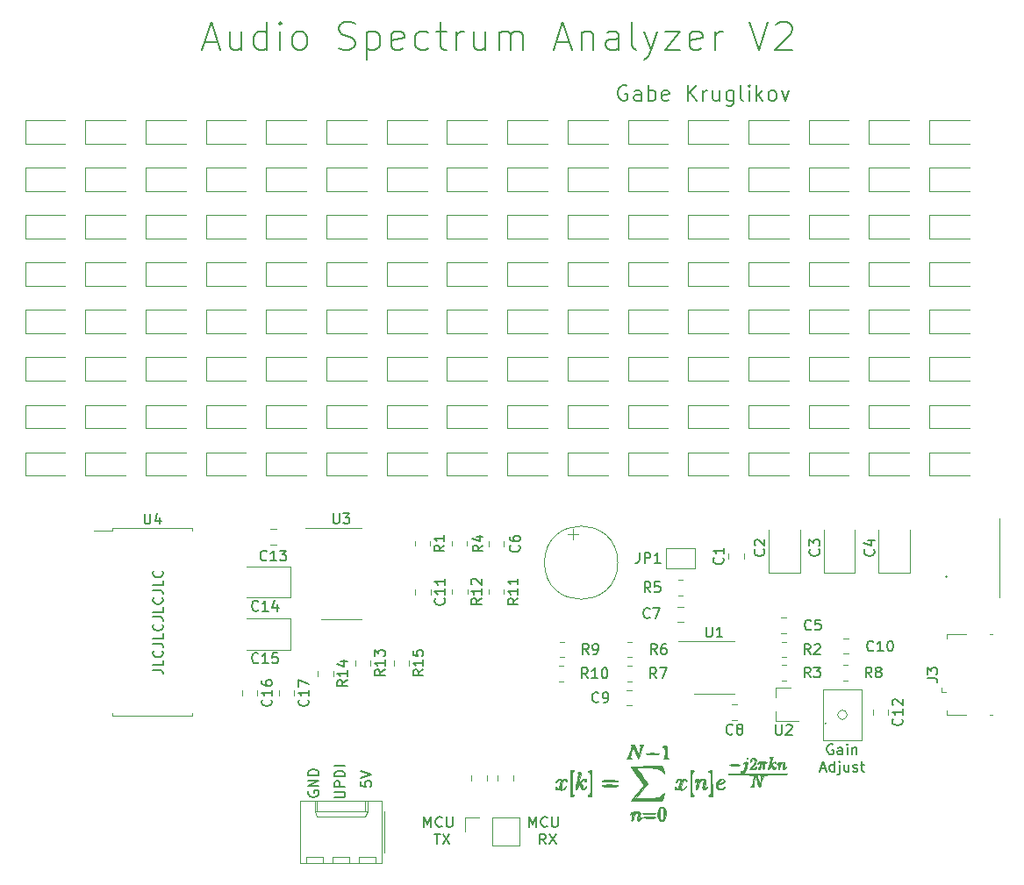
<source format=gbr>
G04 #@! TF.GenerationSoftware,KiCad,Pcbnew,(5.1.9)-1*
G04 #@! TF.CreationDate,2021-03-27T19:24:17-07:00*
G04 #@! TF.ProjectId,attiny_audio_spectrum_bar_graph,61747469-6e79-45f6-9175-64696f5f7370,rev?*
G04 #@! TF.SameCoordinates,Original*
G04 #@! TF.FileFunction,Legend,Top*
G04 #@! TF.FilePolarity,Positive*
%FSLAX46Y46*%
G04 Gerber Fmt 4.6, Leading zero omitted, Abs format (unit mm)*
G04 Created by KiCad (PCBNEW (5.1.9)-1) date 2021-03-27 19:24:17*
%MOMM*%
%LPD*%
G01*
G04 APERTURE LIST*
%ADD10C,0.150000*%
%ADD11C,0.010000*%
%ADD12C,0.120000*%
G04 APERTURE END LIST*
D10*
X168124297Y-110689000D02*
X168029059Y-110641380D01*
X167886202Y-110641380D01*
X167743345Y-110689000D01*
X167648107Y-110784238D01*
X167600488Y-110879476D01*
X167552869Y-111069952D01*
X167552869Y-111212809D01*
X167600488Y-111403285D01*
X167648107Y-111498523D01*
X167743345Y-111593761D01*
X167886202Y-111641380D01*
X167981440Y-111641380D01*
X168124297Y-111593761D01*
X168171916Y-111546142D01*
X168171916Y-111212809D01*
X167981440Y-111212809D01*
X169029059Y-111641380D02*
X169029059Y-111117571D01*
X168981440Y-111022333D01*
X168886202Y-110974714D01*
X168695726Y-110974714D01*
X168600488Y-111022333D01*
X169029059Y-111593761D02*
X168933821Y-111641380D01*
X168695726Y-111641380D01*
X168600488Y-111593761D01*
X168552869Y-111498523D01*
X168552869Y-111403285D01*
X168600488Y-111308047D01*
X168695726Y-111260428D01*
X168933821Y-111260428D01*
X169029059Y-111212809D01*
X169505250Y-111641380D02*
X169505250Y-110974714D01*
X169505250Y-110641380D02*
X169457630Y-110689000D01*
X169505250Y-110736619D01*
X169552869Y-110689000D01*
X169505250Y-110641380D01*
X169505250Y-110736619D01*
X169981440Y-110974714D02*
X169981440Y-111641380D01*
X169981440Y-111069952D02*
X170029059Y-111022333D01*
X170124297Y-110974714D01*
X170267154Y-110974714D01*
X170362392Y-111022333D01*
X170410011Y-111117571D01*
X170410011Y-111641380D01*
X166933821Y-113005666D02*
X167410011Y-113005666D01*
X166838583Y-113291380D02*
X167171916Y-112291380D01*
X167505250Y-113291380D01*
X168267154Y-113291380D02*
X168267154Y-112291380D01*
X168267154Y-113243761D02*
X168171916Y-113291380D01*
X167981440Y-113291380D01*
X167886202Y-113243761D01*
X167838583Y-113196142D01*
X167790964Y-113100904D01*
X167790964Y-112815190D01*
X167838583Y-112719952D01*
X167886202Y-112672333D01*
X167981440Y-112624714D01*
X168171916Y-112624714D01*
X168267154Y-112672333D01*
X168743345Y-112624714D02*
X168743345Y-113481857D01*
X168695726Y-113577095D01*
X168600488Y-113624714D01*
X168552869Y-113624714D01*
X168743345Y-112291380D02*
X168695726Y-112339000D01*
X168743345Y-112386619D01*
X168790964Y-112339000D01*
X168743345Y-112291380D01*
X168743345Y-112386619D01*
X169648107Y-112624714D02*
X169648107Y-113291380D01*
X169219535Y-112624714D02*
X169219535Y-113148523D01*
X169267154Y-113243761D01*
X169362392Y-113291380D01*
X169505250Y-113291380D01*
X169600488Y-113243761D01*
X169648107Y-113196142D01*
X170076678Y-113243761D02*
X170171916Y-113291380D01*
X170362392Y-113291380D01*
X170457630Y-113243761D01*
X170505250Y-113148523D01*
X170505250Y-113100904D01*
X170457630Y-113005666D01*
X170362392Y-112958047D01*
X170219535Y-112958047D01*
X170124297Y-112910428D01*
X170076678Y-112815190D01*
X170076678Y-112767571D01*
X170124297Y-112672333D01*
X170219535Y-112624714D01*
X170362392Y-112624714D01*
X170457630Y-112672333D01*
X170790964Y-112624714D02*
X171171916Y-112624714D01*
X170933821Y-112291380D02*
X170933821Y-113148523D01*
X170981440Y-113243761D01*
X171076678Y-113291380D01*
X171171916Y-113291380D01*
X138850904Y-118660880D02*
X138850904Y-117660880D01*
X139184238Y-118375166D01*
X139517571Y-117660880D01*
X139517571Y-118660880D01*
X140565190Y-118565642D02*
X140517571Y-118613261D01*
X140374714Y-118660880D01*
X140279476Y-118660880D01*
X140136619Y-118613261D01*
X140041380Y-118518023D01*
X139993761Y-118422785D01*
X139946142Y-118232309D01*
X139946142Y-118089452D01*
X139993761Y-117898976D01*
X140041380Y-117803738D01*
X140136619Y-117708500D01*
X140279476Y-117660880D01*
X140374714Y-117660880D01*
X140517571Y-117708500D01*
X140565190Y-117756119D01*
X140993761Y-117660880D02*
X140993761Y-118470404D01*
X141041380Y-118565642D01*
X141089000Y-118613261D01*
X141184238Y-118660880D01*
X141374714Y-118660880D01*
X141469952Y-118613261D01*
X141517571Y-118565642D01*
X141565190Y-118470404D01*
X141565190Y-117660880D01*
X140422333Y-120310880D02*
X140089000Y-119834690D01*
X139850904Y-120310880D02*
X139850904Y-119310880D01*
X140231857Y-119310880D01*
X140327095Y-119358500D01*
X140374714Y-119406119D01*
X140422333Y-119501357D01*
X140422333Y-119644214D01*
X140374714Y-119739452D01*
X140327095Y-119787071D01*
X140231857Y-119834690D01*
X139850904Y-119834690D01*
X140755666Y-119310880D02*
X141422333Y-120310880D01*
X141422333Y-119310880D02*
X140755666Y-120310880D01*
X128690904Y-118660880D02*
X128690904Y-117660880D01*
X129024238Y-118375166D01*
X129357571Y-117660880D01*
X129357571Y-118660880D01*
X130405190Y-118565642D02*
X130357571Y-118613261D01*
X130214714Y-118660880D01*
X130119476Y-118660880D01*
X129976619Y-118613261D01*
X129881380Y-118518023D01*
X129833761Y-118422785D01*
X129786142Y-118232309D01*
X129786142Y-118089452D01*
X129833761Y-117898976D01*
X129881380Y-117803738D01*
X129976619Y-117708500D01*
X130119476Y-117660880D01*
X130214714Y-117660880D01*
X130357571Y-117708500D01*
X130405190Y-117756119D01*
X130833761Y-117660880D02*
X130833761Y-118470404D01*
X130881380Y-118565642D01*
X130929000Y-118613261D01*
X131024238Y-118660880D01*
X131214714Y-118660880D01*
X131309952Y-118613261D01*
X131357571Y-118565642D01*
X131405190Y-118470404D01*
X131405190Y-117660880D01*
X129667095Y-119310880D02*
X130238523Y-119310880D01*
X129952809Y-120310880D02*
X129952809Y-119310880D01*
X130476619Y-119310880D02*
X131143285Y-120310880D01*
X131143285Y-119310880D02*
X130476619Y-120310880D01*
X102500180Y-103501247D02*
X103214466Y-103501247D01*
X103357323Y-103548866D01*
X103452561Y-103644104D01*
X103500180Y-103786961D01*
X103500180Y-103882200D01*
X103500180Y-102548866D02*
X103500180Y-103025057D01*
X102500180Y-103025057D01*
X103404942Y-101644104D02*
X103452561Y-101691723D01*
X103500180Y-101834580D01*
X103500180Y-101929819D01*
X103452561Y-102072676D01*
X103357323Y-102167914D01*
X103262085Y-102215533D01*
X103071609Y-102263152D01*
X102928752Y-102263152D01*
X102738276Y-102215533D01*
X102643038Y-102167914D01*
X102547800Y-102072676D01*
X102500180Y-101929819D01*
X102500180Y-101834580D01*
X102547800Y-101691723D01*
X102595419Y-101644104D01*
X102500180Y-100929819D02*
X103214466Y-100929819D01*
X103357323Y-100977438D01*
X103452561Y-101072676D01*
X103500180Y-101215533D01*
X103500180Y-101310771D01*
X103500180Y-99977438D02*
X103500180Y-100453628D01*
X102500180Y-100453628D01*
X103404942Y-99072676D02*
X103452561Y-99120295D01*
X103500180Y-99263152D01*
X103500180Y-99358390D01*
X103452561Y-99501247D01*
X103357323Y-99596485D01*
X103262085Y-99644104D01*
X103071609Y-99691723D01*
X102928752Y-99691723D01*
X102738276Y-99644104D01*
X102643038Y-99596485D01*
X102547800Y-99501247D01*
X102500180Y-99358390D01*
X102500180Y-99263152D01*
X102547800Y-99120295D01*
X102595419Y-99072676D01*
X102500180Y-98358390D02*
X103214466Y-98358390D01*
X103357323Y-98406009D01*
X103452561Y-98501247D01*
X103500180Y-98644104D01*
X103500180Y-98739342D01*
X103500180Y-97406009D02*
X103500180Y-97882200D01*
X102500180Y-97882200D01*
X103404942Y-96501247D02*
X103452561Y-96548866D01*
X103500180Y-96691723D01*
X103500180Y-96786961D01*
X103452561Y-96929819D01*
X103357323Y-97025057D01*
X103262085Y-97072676D01*
X103071609Y-97120295D01*
X102928752Y-97120295D01*
X102738276Y-97072676D01*
X102643038Y-97025057D01*
X102547800Y-96929819D01*
X102500180Y-96786961D01*
X102500180Y-96691723D01*
X102547800Y-96548866D01*
X102595419Y-96501247D01*
X102500180Y-95786961D02*
X103214466Y-95786961D01*
X103357323Y-95834580D01*
X103452561Y-95929819D01*
X103500180Y-96072676D01*
X103500180Y-96167914D01*
X103500180Y-94834580D02*
X103500180Y-95310771D01*
X102500180Y-95310771D01*
X103404942Y-93929819D02*
X103452561Y-93977438D01*
X103500180Y-94120295D01*
X103500180Y-94215533D01*
X103452561Y-94358390D01*
X103357323Y-94453628D01*
X103262085Y-94501247D01*
X103071609Y-94548866D01*
X102928752Y-94548866D01*
X102738276Y-94501247D01*
X102643038Y-94453628D01*
X102547800Y-94358390D01*
X102500180Y-94215533D01*
X102500180Y-94120295D01*
X102547800Y-93977438D01*
X102595419Y-93929819D01*
X148247143Y-47129000D02*
X148104286Y-47057571D01*
X147890000Y-47057571D01*
X147675714Y-47129000D01*
X147532857Y-47271857D01*
X147461428Y-47414714D01*
X147390000Y-47700428D01*
X147390000Y-47914714D01*
X147461428Y-48200428D01*
X147532857Y-48343285D01*
X147675714Y-48486142D01*
X147890000Y-48557571D01*
X148032857Y-48557571D01*
X148247143Y-48486142D01*
X148318571Y-48414714D01*
X148318571Y-47914714D01*
X148032857Y-47914714D01*
X149604286Y-48557571D02*
X149604286Y-47771857D01*
X149532857Y-47629000D01*
X149390000Y-47557571D01*
X149104286Y-47557571D01*
X148961428Y-47629000D01*
X149604286Y-48486142D02*
X149461428Y-48557571D01*
X149104286Y-48557571D01*
X148961428Y-48486142D01*
X148890000Y-48343285D01*
X148890000Y-48200428D01*
X148961428Y-48057571D01*
X149104286Y-47986142D01*
X149461428Y-47986142D01*
X149604286Y-47914714D01*
X150318571Y-48557571D02*
X150318571Y-47057571D01*
X150318571Y-47629000D02*
X150461428Y-47557571D01*
X150747143Y-47557571D01*
X150890000Y-47629000D01*
X150961428Y-47700428D01*
X151032857Y-47843285D01*
X151032857Y-48271857D01*
X150961428Y-48414714D01*
X150890000Y-48486142D01*
X150747143Y-48557571D01*
X150461428Y-48557571D01*
X150318571Y-48486142D01*
X152247143Y-48486142D02*
X152104286Y-48557571D01*
X151818571Y-48557571D01*
X151675714Y-48486142D01*
X151604286Y-48343285D01*
X151604286Y-47771857D01*
X151675714Y-47629000D01*
X151818571Y-47557571D01*
X152104286Y-47557571D01*
X152247143Y-47629000D01*
X152318571Y-47771857D01*
X152318571Y-47914714D01*
X151604286Y-48057571D01*
X154104286Y-48557571D02*
X154104286Y-47057571D01*
X154961428Y-48557571D02*
X154318571Y-47700428D01*
X154961428Y-47057571D02*
X154104286Y-47914714D01*
X155604286Y-48557571D02*
X155604286Y-47557571D01*
X155604286Y-47843285D02*
X155675714Y-47700428D01*
X155747143Y-47629000D01*
X155890000Y-47557571D01*
X156032857Y-47557571D01*
X157175714Y-47557571D02*
X157175714Y-48557571D01*
X156532857Y-47557571D02*
X156532857Y-48343285D01*
X156604286Y-48486142D01*
X156747143Y-48557571D01*
X156961428Y-48557571D01*
X157104286Y-48486142D01*
X157175714Y-48414714D01*
X158532857Y-47557571D02*
X158532857Y-48771857D01*
X158461428Y-48914714D01*
X158390000Y-48986142D01*
X158247143Y-49057571D01*
X158032857Y-49057571D01*
X157890000Y-48986142D01*
X158532857Y-48486142D02*
X158390000Y-48557571D01*
X158104286Y-48557571D01*
X157961428Y-48486142D01*
X157890000Y-48414714D01*
X157818571Y-48271857D01*
X157818571Y-47843285D01*
X157890000Y-47700428D01*
X157961428Y-47629000D01*
X158104286Y-47557571D01*
X158390000Y-47557571D01*
X158532857Y-47629000D01*
X159461428Y-48557571D02*
X159318571Y-48486142D01*
X159247143Y-48343285D01*
X159247143Y-47057571D01*
X160032857Y-48557571D02*
X160032857Y-47557571D01*
X160032857Y-47057571D02*
X159961428Y-47129000D01*
X160032857Y-47200428D01*
X160104286Y-47129000D01*
X160032857Y-47057571D01*
X160032857Y-47200428D01*
X160747143Y-48557571D02*
X160747143Y-47057571D01*
X160890000Y-47986142D02*
X161318571Y-48557571D01*
X161318571Y-47557571D02*
X160747143Y-48129000D01*
X162175714Y-48557571D02*
X162032857Y-48486142D01*
X161961428Y-48414714D01*
X161890000Y-48271857D01*
X161890000Y-47843285D01*
X161961428Y-47700428D01*
X162032857Y-47629000D01*
X162175714Y-47557571D01*
X162390000Y-47557571D01*
X162532857Y-47629000D01*
X162604286Y-47700428D01*
X162675714Y-47843285D01*
X162675714Y-48271857D01*
X162604286Y-48414714D01*
X162532857Y-48486142D01*
X162390000Y-48557571D01*
X162175714Y-48557571D01*
X163175714Y-47557571D02*
X163532857Y-48557571D01*
X163890000Y-47557571D01*
X107476499Y-42868000D02*
X108762213Y-42868000D01*
X107219356Y-43639428D02*
X108119356Y-40939428D01*
X109019356Y-43639428D01*
X111076499Y-41839428D02*
X111076499Y-43639428D01*
X109919356Y-41839428D02*
X109919356Y-43253714D01*
X110047927Y-43510857D01*
X110305070Y-43639428D01*
X110690784Y-43639428D01*
X110947927Y-43510857D01*
X111076499Y-43382285D01*
X113519356Y-43639428D02*
X113519356Y-40939428D01*
X113519356Y-43510857D02*
X113262213Y-43639428D01*
X112747927Y-43639428D01*
X112490784Y-43510857D01*
X112362213Y-43382285D01*
X112233641Y-43125142D01*
X112233641Y-42353714D01*
X112362213Y-42096571D01*
X112490784Y-41968000D01*
X112747927Y-41839428D01*
X113262213Y-41839428D01*
X113519356Y-41968000D01*
X114805070Y-43639428D02*
X114805070Y-41839428D01*
X114805070Y-40939428D02*
X114676499Y-41068000D01*
X114805070Y-41196571D01*
X114933641Y-41068000D01*
X114805070Y-40939428D01*
X114805070Y-41196571D01*
X116476499Y-43639428D02*
X116219356Y-43510857D01*
X116090784Y-43382285D01*
X115962213Y-43125142D01*
X115962213Y-42353714D01*
X116090784Y-42096571D01*
X116219356Y-41968000D01*
X116476499Y-41839428D01*
X116862213Y-41839428D01*
X117119356Y-41968000D01*
X117247927Y-42096571D01*
X117376499Y-42353714D01*
X117376499Y-43125142D01*
X117247927Y-43382285D01*
X117119356Y-43510857D01*
X116862213Y-43639428D01*
X116476499Y-43639428D01*
X120462213Y-43510857D02*
X120847927Y-43639428D01*
X121490784Y-43639428D01*
X121747927Y-43510857D01*
X121876499Y-43382285D01*
X122005070Y-43125142D01*
X122005070Y-42868000D01*
X121876499Y-42610857D01*
X121747927Y-42482285D01*
X121490784Y-42353714D01*
X120976499Y-42225142D01*
X120719356Y-42096571D01*
X120590784Y-41968000D01*
X120462213Y-41710857D01*
X120462213Y-41453714D01*
X120590784Y-41196571D01*
X120719356Y-41068000D01*
X120976499Y-40939428D01*
X121619356Y-40939428D01*
X122005070Y-41068000D01*
X123162213Y-41839428D02*
X123162213Y-44539428D01*
X123162213Y-41968000D02*
X123419356Y-41839428D01*
X123933641Y-41839428D01*
X124190784Y-41968000D01*
X124319356Y-42096571D01*
X124447927Y-42353714D01*
X124447927Y-43125142D01*
X124319356Y-43382285D01*
X124190784Y-43510857D01*
X123933641Y-43639428D01*
X123419356Y-43639428D01*
X123162213Y-43510857D01*
X126633641Y-43510857D02*
X126376499Y-43639428D01*
X125862213Y-43639428D01*
X125605070Y-43510857D01*
X125476499Y-43253714D01*
X125476499Y-42225142D01*
X125605070Y-41968000D01*
X125862213Y-41839428D01*
X126376499Y-41839428D01*
X126633641Y-41968000D01*
X126762213Y-42225142D01*
X126762213Y-42482285D01*
X125476499Y-42739428D01*
X129076499Y-43510857D02*
X128819356Y-43639428D01*
X128305070Y-43639428D01*
X128047927Y-43510857D01*
X127919356Y-43382285D01*
X127790784Y-43125142D01*
X127790784Y-42353714D01*
X127919356Y-42096571D01*
X128047927Y-41968000D01*
X128305070Y-41839428D01*
X128819356Y-41839428D01*
X129076499Y-41968000D01*
X129847927Y-41839428D02*
X130876499Y-41839428D01*
X130233641Y-40939428D02*
X130233641Y-43253714D01*
X130362213Y-43510857D01*
X130619356Y-43639428D01*
X130876499Y-43639428D01*
X131776499Y-43639428D02*
X131776499Y-41839428D01*
X131776499Y-42353714D02*
X131905070Y-42096571D01*
X132033641Y-41968000D01*
X132290784Y-41839428D01*
X132547927Y-41839428D01*
X134605070Y-41839428D02*
X134605070Y-43639428D01*
X133447927Y-41839428D02*
X133447927Y-43253714D01*
X133576499Y-43510857D01*
X133833641Y-43639428D01*
X134219356Y-43639428D01*
X134476499Y-43510857D01*
X134605070Y-43382285D01*
X135890784Y-43639428D02*
X135890784Y-41839428D01*
X135890784Y-42096571D02*
X136019356Y-41968000D01*
X136276499Y-41839428D01*
X136662213Y-41839428D01*
X136919356Y-41968000D01*
X137047927Y-42225142D01*
X137047927Y-43639428D01*
X137047927Y-42225142D02*
X137176499Y-41968000D01*
X137433641Y-41839428D01*
X137819356Y-41839428D01*
X138076499Y-41968000D01*
X138205070Y-42225142D01*
X138205070Y-43639428D01*
X141419356Y-42868000D02*
X142705070Y-42868000D01*
X141162213Y-43639428D02*
X142062213Y-40939428D01*
X142962213Y-43639428D01*
X143862213Y-41839428D02*
X143862213Y-43639428D01*
X143862213Y-42096571D02*
X143990784Y-41968000D01*
X144247927Y-41839428D01*
X144633641Y-41839428D01*
X144890784Y-41968000D01*
X145019356Y-42225142D01*
X145019356Y-43639428D01*
X147462213Y-43639428D02*
X147462213Y-42225142D01*
X147333641Y-41968000D01*
X147076499Y-41839428D01*
X146562213Y-41839428D01*
X146305070Y-41968000D01*
X147462213Y-43510857D02*
X147205070Y-43639428D01*
X146562213Y-43639428D01*
X146305070Y-43510857D01*
X146176499Y-43253714D01*
X146176499Y-42996571D01*
X146305070Y-42739428D01*
X146562213Y-42610857D01*
X147205070Y-42610857D01*
X147462213Y-42482285D01*
X149133641Y-43639428D02*
X148876499Y-43510857D01*
X148747927Y-43253714D01*
X148747927Y-40939428D01*
X149905070Y-41839428D02*
X150547927Y-43639428D01*
X151190784Y-41839428D02*
X150547927Y-43639428D01*
X150290784Y-44282285D01*
X150162213Y-44410857D01*
X149905070Y-44539428D01*
X151962213Y-41839428D02*
X153376499Y-41839428D01*
X151962213Y-43639428D01*
X153376499Y-43639428D01*
X155433641Y-43510857D02*
X155176499Y-43639428D01*
X154662213Y-43639428D01*
X154405070Y-43510857D01*
X154276499Y-43253714D01*
X154276499Y-42225142D01*
X154405070Y-41968000D01*
X154662213Y-41839428D01*
X155176499Y-41839428D01*
X155433641Y-41968000D01*
X155562213Y-42225142D01*
X155562213Y-42482285D01*
X154276499Y-42739428D01*
X156719356Y-43639428D02*
X156719356Y-41839428D01*
X156719356Y-42353714D02*
X156847927Y-42096571D01*
X156976499Y-41968000D01*
X157233641Y-41839428D01*
X157490784Y-41839428D01*
X160062213Y-40939428D02*
X160962213Y-43639428D01*
X161862213Y-40939428D01*
X162633641Y-41196571D02*
X162762213Y-41068000D01*
X163019356Y-40939428D01*
X163662213Y-40939428D01*
X163919356Y-41068000D01*
X164047927Y-41196571D01*
X164176499Y-41453714D01*
X164176499Y-41710857D01*
X164047927Y-42096571D01*
X162505070Y-43639428D01*
X164176499Y-43639428D01*
X122574880Y-114236476D02*
X122574880Y-114712666D01*
X123051071Y-114760285D01*
X123003452Y-114712666D01*
X122955833Y-114617428D01*
X122955833Y-114379333D01*
X123003452Y-114284095D01*
X123051071Y-114236476D01*
X123146309Y-114188857D01*
X123384404Y-114188857D01*
X123479642Y-114236476D01*
X123527261Y-114284095D01*
X123574880Y-114379333D01*
X123574880Y-114617428D01*
X123527261Y-114712666D01*
X123479642Y-114760285D01*
X122574880Y-113903142D02*
X123574880Y-113569809D01*
X122574880Y-113236476D01*
X120034880Y-115823809D02*
X120844404Y-115823809D01*
X120939642Y-115776190D01*
X120987261Y-115728571D01*
X121034880Y-115633333D01*
X121034880Y-115442857D01*
X120987261Y-115347619D01*
X120939642Y-115300000D01*
X120844404Y-115252380D01*
X120034880Y-115252380D01*
X121034880Y-114776190D02*
X120034880Y-114776190D01*
X120034880Y-114395238D01*
X120082500Y-114300000D01*
X120130119Y-114252380D01*
X120225357Y-114204761D01*
X120368214Y-114204761D01*
X120463452Y-114252380D01*
X120511071Y-114300000D01*
X120558690Y-114395238D01*
X120558690Y-114776190D01*
X121034880Y-113776190D02*
X120034880Y-113776190D01*
X120034880Y-113538095D01*
X120082500Y-113395238D01*
X120177738Y-113300000D01*
X120272976Y-113252380D01*
X120463452Y-113204761D01*
X120606309Y-113204761D01*
X120796785Y-113252380D01*
X120892023Y-113300000D01*
X120987261Y-113395238D01*
X121034880Y-113538095D01*
X121034880Y-113776190D01*
X121034880Y-112776190D02*
X120034880Y-112776190D01*
X117542500Y-115188904D02*
X117494880Y-115284142D01*
X117494880Y-115427000D01*
X117542500Y-115569857D01*
X117637738Y-115665095D01*
X117732976Y-115712714D01*
X117923452Y-115760333D01*
X118066309Y-115760333D01*
X118256785Y-115712714D01*
X118352023Y-115665095D01*
X118447261Y-115569857D01*
X118494880Y-115427000D01*
X118494880Y-115331761D01*
X118447261Y-115188904D01*
X118399642Y-115141285D01*
X118066309Y-115141285D01*
X118066309Y-115331761D01*
X118494880Y-114712714D02*
X117494880Y-114712714D01*
X118494880Y-114141285D01*
X117494880Y-114141285D01*
X118494880Y-113665095D02*
X117494880Y-113665095D01*
X117494880Y-113427000D01*
X117542500Y-113284142D01*
X117637738Y-113188904D01*
X117732976Y-113141285D01*
X117923452Y-113093666D01*
X118066309Y-113093666D01*
X118256785Y-113141285D01*
X118352023Y-113188904D01*
X118447261Y-113284142D01*
X118494880Y-113427000D01*
X118494880Y-113665095D01*
D11*
G04 #@! TO.C,G\u002A\u002A\u002A*
G36*
X151740849Y-116754915D02*
G01*
X151892654Y-116896210D01*
X151982422Y-117140966D01*
X151989962Y-117185202D01*
X152002468Y-117483216D01*
X151954497Y-117738835D01*
X151859174Y-117937105D01*
X151729627Y-118063070D01*
X151578983Y-118101774D01*
X151420367Y-118038262D01*
X151325108Y-117942686D01*
X151237460Y-117783563D01*
X151198856Y-117570845D01*
X151194436Y-117418811D01*
X151199942Y-117350575D01*
X151388471Y-117350575D01*
X151391380Y-117593912D01*
X151420819Y-117803723D01*
X151478167Y-117940314D01*
X151485777Y-117948706D01*
X151576155Y-118020284D01*
X151649835Y-117995616D01*
X151694696Y-117953517D01*
X151753575Y-117852045D01*
X151786058Y-117677760D01*
X151796704Y-117405070D01*
X151796750Y-117380657D01*
X151782106Y-117064969D01*
X151736440Y-116867657D01*
X151657151Y-116783313D01*
X151541637Y-116806536D01*
X151525127Y-116816351D01*
X151456724Y-116922101D01*
X151410712Y-117113407D01*
X151388471Y-117350575D01*
X151199942Y-117350575D01*
X151221091Y-117088515D01*
X151301450Y-116867485D01*
X151439155Y-116748268D01*
X151533961Y-116724115D01*
X151740849Y-116754915D01*
G37*
X151740849Y-116754915D02*
X151892654Y-116896210D01*
X151982422Y-117140966D01*
X151989962Y-117185202D01*
X152002468Y-117483216D01*
X151954497Y-117738835D01*
X151859174Y-117937105D01*
X151729627Y-118063070D01*
X151578983Y-118101774D01*
X151420367Y-118038262D01*
X151325108Y-117942686D01*
X151237460Y-117783563D01*
X151198856Y-117570845D01*
X151194436Y-117418811D01*
X151199942Y-117350575D01*
X151388471Y-117350575D01*
X151391380Y-117593912D01*
X151420819Y-117803723D01*
X151478167Y-117940314D01*
X151485777Y-117948706D01*
X151576155Y-118020284D01*
X151649835Y-117995616D01*
X151694696Y-117953517D01*
X151753575Y-117852045D01*
X151786058Y-117677760D01*
X151796704Y-117405070D01*
X151796750Y-117380657D01*
X151782106Y-117064969D01*
X151736440Y-116867657D01*
X151657151Y-116783313D01*
X151541637Y-116806536D01*
X151525127Y-116816351D01*
X151456724Y-116922101D01*
X151410712Y-117113407D01*
X151388471Y-117350575D01*
X151199942Y-117350575D01*
X151221091Y-117088515D01*
X151301450Y-116867485D01*
X151439155Y-116748268D01*
X151533961Y-116724115D01*
X151740849Y-116754915D01*
G36*
X149311353Y-117180515D02*
G01*
X149465149Y-117225089D01*
X149522767Y-117327473D01*
X149498595Y-117505221D01*
X149447490Y-117664817D01*
X149396263Y-117859432D01*
X149399447Y-117966235D01*
X149443729Y-117974311D01*
X149515792Y-117872748D01*
X149564524Y-117760750D01*
X149618294Y-117729273D01*
X149634201Y-117739436D01*
X149654727Y-117827693D01*
X149593135Y-117933351D01*
X149481638Y-118018517D01*
X149373154Y-118046500D01*
X149267472Y-118036247D01*
X149229940Y-117981207D01*
X149241280Y-117844957D01*
X149247125Y-117808375D01*
X149284977Y-117596504D01*
X149324089Y-117405667D01*
X149326389Y-117395625D01*
X149338958Y-117265765D01*
X149286199Y-117221914D01*
X149268761Y-117221000D01*
X149143018Y-117277853D01*
X149018597Y-117425688D01*
X148918880Y-117630419D01*
X148875434Y-117794369D01*
X148820412Y-117979829D01*
X148739607Y-118046393D01*
X148735762Y-118046500D01*
X148668961Y-118010813D01*
X148678704Y-117903625D01*
X148711384Y-117751123D01*
X148744476Y-117543453D01*
X148753367Y-117475000D01*
X148772130Y-117304319D01*
X148767206Y-117244701D01*
X148730869Y-117281217D01*
X148687650Y-117348000D01*
X148587287Y-117506750D01*
X148604518Y-117348000D01*
X148622197Y-117263192D01*
X148671726Y-117214247D01*
X148782543Y-117189735D01*
X148984085Y-117178225D01*
X149046991Y-117176197D01*
X149311353Y-117180515D01*
G37*
X149311353Y-117180515D02*
X149465149Y-117225089D01*
X149522767Y-117327473D01*
X149498595Y-117505221D01*
X149447490Y-117664817D01*
X149396263Y-117859432D01*
X149399447Y-117966235D01*
X149443729Y-117974311D01*
X149515792Y-117872748D01*
X149564524Y-117760750D01*
X149618294Y-117729273D01*
X149634201Y-117739436D01*
X149654727Y-117827693D01*
X149593135Y-117933351D01*
X149481638Y-118018517D01*
X149373154Y-118046500D01*
X149267472Y-118036247D01*
X149229940Y-117981207D01*
X149241280Y-117844957D01*
X149247125Y-117808375D01*
X149284977Y-117596504D01*
X149324089Y-117405667D01*
X149326389Y-117395625D01*
X149338958Y-117265765D01*
X149286199Y-117221914D01*
X149268761Y-117221000D01*
X149143018Y-117277853D01*
X149018597Y-117425688D01*
X148918880Y-117630419D01*
X148875434Y-117794369D01*
X148820412Y-117979829D01*
X148739607Y-118046393D01*
X148735762Y-118046500D01*
X148668961Y-118010813D01*
X148678704Y-117903625D01*
X148711384Y-117751123D01*
X148744476Y-117543453D01*
X148753367Y-117475000D01*
X148772130Y-117304319D01*
X148767206Y-117244701D01*
X148730869Y-117281217D01*
X148687650Y-117348000D01*
X148587287Y-117506750D01*
X148604518Y-117348000D01*
X148622197Y-117263192D01*
X148671726Y-117214247D01*
X148782543Y-117189735D01*
X148984085Y-117178225D01*
X149046991Y-117176197D01*
X149311353Y-117180515D01*
G36*
X150722969Y-117671089D02*
G01*
X150935826Y-117687414D01*
X151031680Y-117713811D01*
X151034750Y-117729000D01*
X150957844Y-117756725D01*
X150783965Y-117778282D01*
X150543099Y-117790674D01*
X150399750Y-117792500D01*
X150135696Y-117786129D01*
X149922866Y-117769015D01*
X149791248Y-117744158D01*
X149764750Y-117729000D01*
X149805083Y-117698234D01*
X149965447Y-117677237D01*
X150239199Y-117666673D01*
X150399750Y-117665500D01*
X150722969Y-117671089D01*
G37*
X150722969Y-117671089D02*
X150935826Y-117687414D01*
X151031680Y-117713811D01*
X151034750Y-117729000D01*
X150957844Y-117756725D01*
X150783965Y-117778282D01*
X150543099Y-117790674D01*
X150399750Y-117792500D01*
X150135696Y-117786129D01*
X149922866Y-117769015D01*
X149791248Y-117744158D01*
X149764750Y-117729000D01*
X149805083Y-117698234D01*
X149965447Y-117677237D01*
X150239199Y-117666673D01*
X150399750Y-117665500D01*
X150722969Y-117671089D01*
G36*
X150722969Y-117290089D02*
G01*
X150935826Y-117306414D01*
X151031680Y-117332811D01*
X151034750Y-117348000D01*
X150957844Y-117375725D01*
X150783965Y-117397282D01*
X150543099Y-117409674D01*
X150399750Y-117411500D01*
X150135696Y-117405129D01*
X149922866Y-117388015D01*
X149791248Y-117363158D01*
X149764750Y-117348000D01*
X149805083Y-117317234D01*
X149965447Y-117296237D01*
X150239199Y-117285673D01*
X150399750Y-117284500D01*
X150722969Y-117290089D01*
G37*
X150722969Y-117290089D02*
X150935826Y-117306414D01*
X151031680Y-117332811D01*
X151034750Y-117348000D01*
X150957844Y-117375725D01*
X150783965Y-117397282D01*
X150543099Y-117409674D01*
X150399750Y-117411500D01*
X150135696Y-117405129D01*
X149922866Y-117388015D01*
X149791248Y-117363158D01*
X149764750Y-117348000D01*
X149805083Y-117317234D01*
X149965447Y-117296237D01*
X150239199Y-117285673D01*
X150399750Y-117284500D01*
X150722969Y-117290089D01*
G36*
X151729839Y-113109375D02*
G01*
X151805932Y-113293345D01*
X151849795Y-113425019D01*
X151853875Y-113468577D01*
X151800236Y-113444229D01*
X151697895Y-113351364D01*
X151670428Y-113322482D01*
X151526537Y-113188593D01*
X151363460Y-113088552D01*
X151159659Y-113016822D01*
X150893592Y-112967869D01*
X150543720Y-112936158D01*
X150089367Y-112916180D01*
X149720631Y-112906344D01*
X149462501Y-112904247D01*
X149298759Y-112910943D01*
X149213185Y-112927487D01*
X149189561Y-112954935D01*
X149196614Y-112974268D01*
X149252273Y-113056390D01*
X149367099Y-113218828D01*
X149525266Y-113439403D01*
X149710947Y-113695936D01*
X149745122Y-113742916D01*
X149928500Y-113997364D01*
X150081245Y-114214164D01*
X150189465Y-114373229D01*
X150239263Y-114454470D01*
X150241000Y-114459851D01*
X150201930Y-114518399D01*
X150094635Y-114654688D01*
X149933982Y-114850415D01*
X149734838Y-115087276D01*
X149659501Y-115175684D01*
X149078003Y-115855750D01*
X149979558Y-115873384D01*
X150447262Y-115876179D01*
X150809268Y-115861096D01*
X151086147Y-115823874D01*
X151298470Y-115760257D01*
X151466805Y-115665986D01*
X151611724Y-115536803D01*
X151613241Y-115535197D01*
X151737990Y-115415871D01*
X151825941Y-115355448D01*
X151846174Y-115354840D01*
X151842120Y-115426251D01*
X151799053Y-115579429D01*
X151738607Y-115748463D01*
X151598703Y-116109750D01*
X150126101Y-116126795D01*
X149709074Y-116129617D01*
X149338045Y-116128287D01*
X149030630Y-116123185D01*
X148804446Y-116114691D01*
X148677112Y-116103187D01*
X148655485Y-116095045D01*
X148695525Y-116031995D01*
X148804287Y-115891635D01*
X148966966Y-115692318D01*
X149168754Y-115452399D01*
X149258328Y-115347750D01*
X149471462Y-115097406D01*
X149651386Y-114881165D01*
X149783374Y-114717111D01*
X149852701Y-114623326D01*
X149859593Y-114609390D01*
X149824174Y-114547142D01*
X149726021Y-114400758D01*
X149577721Y-114188358D01*
X149391859Y-113928060D01*
X149256750Y-113741600D01*
X149052693Y-113457464D01*
X148878151Y-113206647D01*
X148745817Y-113008017D01*
X148668383Y-112880442D01*
X148653500Y-112844834D01*
X148706266Y-112819981D01*
X148867543Y-112800884D01*
X149141793Y-112787334D01*
X149533481Y-112779121D01*
X150047072Y-112776035D01*
X150117593Y-112776000D01*
X151581687Y-112776000D01*
X151729839Y-113109375D01*
G37*
X151729839Y-113109375D02*
X151805932Y-113293345D01*
X151849795Y-113425019D01*
X151853875Y-113468577D01*
X151800236Y-113444229D01*
X151697895Y-113351364D01*
X151670428Y-113322482D01*
X151526537Y-113188593D01*
X151363460Y-113088552D01*
X151159659Y-113016822D01*
X150893592Y-112967869D01*
X150543720Y-112936158D01*
X150089367Y-112916180D01*
X149720631Y-112906344D01*
X149462501Y-112904247D01*
X149298759Y-112910943D01*
X149213185Y-112927487D01*
X149189561Y-112954935D01*
X149196614Y-112974268D01*
X149252273Y-113056390D01*
X149367099Y-113218828D01*
X149525266Y-113439403D01*
X149710947Y-113695936D01*
X149745122Y-113742916D01*
X149928500Y-113997364D01*
X150081245Y-114214164D01*
X150189465Y-114373229D01*
X150239263Y-114454470D01*
X150241000Y-114459851D01*
X150201930Y-114518399D01*
X150094635Y-114654688D01*
X149933982Y-114850415D01*
X149734838Y-115087276D01*
X149659501Y-115175684D01*
X149078003Y-115855750D01*
X149979558Y-115873384D01*
X150447262Y-115876179D01*
X150809268Y-115861096D01*
X151086147Y-115823874D01*
X151298470Y-115760257D01*
X151466805Y-115665986D01*
X151611724Y-115536803D01*
X151613241Y-115535197D01*
X151737990Y-115415871D01*
X151825941Y-115355448D01*
X151846174Y-115354840D01*
X151842120Y-115426251D01*
X151799053Y-115579429D01*
X151738607Y-115748463D01*
X151598703Y-116109750D01*
X150126101Y-116126795D01*
X149709074Y-116129617D01*
X149338045Y-116128287D01*
X149030630Y-116123185D01*
X148804446Y-116114691D01*
X148677112Y-116103187D01*
X148655485Y-116095045D01*
X148695525Y-116031995D01*
X148804287Y-115891635D01*
X148966966Y-115692318D01*
X149168754Y-115452399D01*
X149258328Y-115347750D01*
X149471462Y-115097406D01*
X149651386Y-114881165D01*
X149783374Y-114717111D01*
X149852701Y-114623326D01*
X149859593Y-114609390D01*
X149824174Y-114547142D01*
X149726021Y-114400758D01*
X149577721Y-114188358D01*
X149391859Y-113928060D01*
X149256750Y-113741600D01*
X149052693Y-113457464D01*
X148878151Y-113206647D01*
X148745817Y-113008017D01*
X148668383Y-112880442D01*
X148653500Y-112844834D01*
X148706266Y-112819981D01*
X148867543Y-112800884D01*
X149141793Y-112787334D01*
X149533481Y-112779121D01*
X150047072Y-112776035D01*
X150117593Y-112776000D01*
X151581687Y-112776000D01*
X151729839Y-113109375D01*
G36*
X143097928Y-113190120D02*
G01*
X143129000Y-113252250D01*
X143078170Y-113336436D01*
X143033750Y-113347500D01*
X142998455Y-113363928D01*
X142972892Y-113424341D01*
X142955588Y-113545427D01*
X142945070Y-113743877D01*
X142939865Y-114036380D01*
X142938500Y-114427000D01*
X142939949Y-114827000D01*
X142945280Y-115116714D01*
X142955964Y-115312830D01*
X142973474Y-115432038D01*
X142999283Y-115491028D01*
X143033750Y-115506500D01*
X143117936Y-115557329D01*
X143129000Y-115601750D01*
X143073799Y-115678357D01*
X142970250Y-115697000D01*
X142811500Y-115697000D01*
X142811500Y-113157000D01*
X142970250Y-113157000D01*
X143097928Y-113190120D01*
G37*
X143097928Y-113190120D02*
X143129000Y-113252250D01*
X143078170Y-113336436D01*
X143033750Y-113347500D01*
X142998455Y-113363928D01*
X142972892Y-113424341D01*
X142955588Y-113545427D01*
X142945070Y-113743877D01*
X142939865Y-114036380D01*
X142938500Y-114427000D01*
X142939949Y-114827000D01*
X142945280Y-115116714D01*
X142955964Y-115312830D01*
X142973474Y-115432038D01*
X142999283Y-115491028D01*
X143033750Y-115506500D01*
X143117936Y-115557329D01*
X143129000Y-115601750D01*
X143073799Y-115678357D01*
X142970250Y-115697000D01*
X142811500Y-115697000D01*
X142811500Y-113157000D01*
X142970250Y-113157000D01*
X143097928Y-113190120D01*
G36*
X144846184Y-115697000D02*
G01*
X144654342Y-115697000D01*
X144520034Y-115677024D01*
X144462532Y-115628843D01*
X144462500Y-115627555D01*
X144515512Y-115557336D01*
X144589500Y-115524899D01*
X144635970Y-115506259D01*
X144669480Y-115466159D01*
X144692141Y-115386236D01*
X144706061Y-115248128D01*
X144713351Y-115033472D01*
X144716120Y-114723905D01*
X144716500Y-114419593D01*
X144715917Y-114028038D01*
X144712702Y-113745657D01*
X144704656Y-113554626D01*
X144689578Y-113437121D01*
X144665271Y-113375315D01*
X144629533Y-113351386D01*
X144584208Y-113347500D01*
X144487435Y-113317167D01*
X144478375Y-113268125D01*
X144554774Y-113206929D01*
X144658291Y-113188750D01*
X144811750Y-113188750D01*
X144846184Y-115697000D01*
G37*
X144846184Y-115697000D02*
X144654342Y-115697000D01*
X144520034Y-115677024D01*
X144462532Y-115628843D01*
X144462500Y-115627555D01*
X144515512Y-115557336D01*
X144589500Y-115524899D01*
X144635970Y-115506259D01*
X144669480Y-115466159D01*
X144692141Y-115386236D01*
X144706061Y-115248128D01*
X144713351Y-115033472D01*
X144716120Y-114723905D01*
X144716500Y-114419593D01*
X144715917Y-114028038D01*
X144712702Y-113745657D01*
X144704656Y-113554626D01*
X144689578Y-113437121D01*
X144665271Y-113375315D01*
X144629533Y-113351386D01*
X144584208Y-113347500D01*
X144487435Y-113317167D01*
X144478375Y-113268125D01*
X144554774Y-113206929D01*
X144658291Y-113188750D01*
X144811750Y-113188750D01*
X144846184Y-115697000D01*
G36*
X154654928Y-113190120D02*
G01*
X154686000Y-113252250D01*
X154635170Y-113336436D01*
X154590750Y-113347500D01*
X154555455Y-113363928D01*
X154529892Y-113424341D01*
X154512588Y-113545427D01*
X154502070Y-113743877D01*
X154496865Y-114036380D01*
X154495500Y-114427000D01*
X154496949Y-114827000D01*
X154502280Y-115116714D01*
X154512964Y-115312830D01*
X154530474Y-115432038D01*
X154556283Y-115491028D01*
X154590750Y-115506500D01*
X154674936Y-115557329D01*
X154686000Y-115601750D01*
X154630799Y-115678357D01*
X154527250Y-115697000D01*
X154368500Y-115697000D01*
X154368500Y-113157000D01*
X154527250Y-113157000D01*
X154654928Y-113190120D01*
G37*
X154654928Y-113190120D02*
X154686000Y-113252250D01*
X154635170Y-113336436D01*
X154590750Y-113347500D01*
X154555455Y-113363928D01*
X154529892Y-113424341D01*
X154512588Y-113545427D01*
X154502070Y-113743877D01*
X154496865Y-114036380D01*
X154495500Y-114427000D01*
X154496949Y-114827000D01*
X154502280Y-115116714D01*
X154512964Y-115312830D01*
X154530474Y-115432038D01*
X154556283Y-115491028D01*
X154590750Y-115506500D01*
X154674936Y-115557329D01*
X154686000Y-115601750D01*
X154630799Y-115678357D01*
X154527250Y-115697000D01*
X154368500Y-115697000D01*
X154368500Y-113157000D01*
X154527250Y-113157000D01*
X154654928Y-113190120D01*
G36*
X156466684Y-115697000D02*
G01*
X156274842Y-115697000D01*
X156140534Y-115677024D01*
X156083032Y-115628843D01*
X156083000Y-115627555D01*
X156136012Y-115557336D01*
X156210000Y-115524899D01*
X156256470Y-115506259D01*
X156289980Y-115466159D01*
X156312641Y-115386236D01*
X156326561Y-115248128D01*
X156333851Y-115033472D01*
X156336620Y-114723905D01*
X156337000Y-114419593D01*
X156336417Y-114028038D01*
X156333202Y-113745657D01*
X156325156Y-113554626D01*
X156310078Y-113437121D01*
X156285771Y-113375315D01*
X156250033Y-113351386D01*
X156204708Y-113347500D01*
X156107935Y-113317167D01*
X156098875Y-113268125D01*
X156175274Y-113206929D01*
X156278791Y-113188750D01*
X156432250Y-113188750D01*
X156466684Y-115697000D01*
G37*
X156466684Y-115697000D02*
X156274842Y-115697000D01*
X156140534Y-115677024D01*
X156083032Y-115628843D01*
X156083000Y-115627555D01*
X156136012Y-115557336D01*
X156210000Y-115524899D01*
X156256470Y-115506259D01*
X156289980Y-115466159D01*
X156312641Y-115386236D01*
X156326561Y-115248128D01*
X156333851Y-115033472D01*
X156336620Y-114723905D01*
X156337000Y-114419593D01*
X156336417Y-114028038D01*
X156333202Y-113745657D01*
X156325156Y-113554626D01*
X156310078Y-113437121D01*
X156285771Y-113375315D01*
X156250033Y-113351386D01*
X156204708Y-113347500D01*
X156107935Y-113317167D01*
X156098875Y-113268125D01*
X156175274Y-113206929D01*
X156278791Y-113188750D01*
X156432250Y-113188750D01*
X156466684Y-115697000D01*
G36*
X141873801Y-113989083D02*
G01*
X141956155Y-114049083D01*
X142026733Y-114078785D01*
X142083408Y-114044208D01*
X142218452Y-113988238D01*
X142356794Y-114005916D01*
X142448948Y-114084564D01*
X142462250Y-114141250D01*
X142422545Y-114244678D01*
X142367000Y-114268250D01*
X142290977Y-114217103D01*
X142280569Y-114157125D01*
X142265228Y-114063109D01*
X142240719Y-114046000D01*
X142141605Y-114108367D01*
X142049049Y-114291007D01*
X141976204Y-114544345D01*
X141936058Y-114754144D01*
X141937670Y-114879023D01*
X141979497Y-114952332D01*
X142049747Y-114983856D01*
X142135707Y-114927749D01*
X142210179Y-114842231D01*
X142314914Y-114730424D01*
X142387179Y-114686358D01*
X142396829Y-114689662D01*
X142386021Y-114757546D01*
X142312732Y-114876695D01*
X142299780Y-114893555D01*
X142179983Y-114993585D01*
X142031674Y-115054002D01*
X141894373Y-115067577D01*
X141807600Y-115027082D01*
X141795500Y-114985800D01*
X141776757Y-114941621D01*
X141719299Y-114985800D01*
X141591206Y-115050938D01*
X141441494Y-115052787D01*
X141328362Y-114994653D01*
X141308825Y-114962481D01*
X141309989Y-114840443D01*
X141337035Y-114796564D01*
X141433419Y-114762405D01*
X141510838Y-114812634D01*
X141517312Y-114906439D01*
X141525206Y-114965112D01*
X141575794Y-114956986D01*
X141630814Y-114912912D01*
X141682315Y-114811996D01*
X141738152Y-114632820D01*
X141806179Y-114353966D01*
X141821115Y-114288016D01*
X141826629Y-114129803D01*
X141763490Y-114069863D01*
X141650509Y-114114393D01*
X141559592Y-114201901D01*
X141437384Y-114317773D01*
X141371005Y-114333955D01*
X141376482Y-114258253D01*
X141439112Y-114143231D01*
X141561308Y-114035320D01*
X141722570Y-113980958D01*
X141873801Y-113989083D01*
G37*
X141873801Y-113989083D02*
X141956155Y-114049083D01*
X142026733Y-114078785D01*
X142083408Y-114044208D01*
X142218452Y-113988238D01*
X142356794Y-114005916D01*
X142448948Y-114084564D01*
X142462250Y-114141250D01*
X142422545Y-114244678D01*
X142367000Y-114268250D01*
X142290977Y-114217103D01*
X142280569Y-114157125D01*
X142265228Y-114063109D01*
X142240719Y-114046000D01*
X142141605Y-114108367D01*
X142049049Y-114291007D01*
X141976204Y-114544345D01*
X141936058Y-114754144D01*
X141937670Y-114879023D01*
X141979497Y-114952332D01*
X142049747Y-114983856D01*
X142135707Y-114927749D01*
X142210179Y-114842231D01*
X142314914Y-114730424D01*
X142387179Y-114686358D01*
X142396829Y-114689662D01*
X142386021Y-114757546D01*
X142312732Y-114876695D01*
X142299780Y-114893555D01*
X142179983Y-114993585D01*
X142031674Y-115054002D01*
X141894373Y-115067577D01*
X141807600Y-115027082D01*
X141795500Y-114985800D01*
X141776757Y-114941621D01*
X141719299Y-114985800D01*
X141591206Y-115050938D01*
X141441494Y-115052787D01*
X141328362Y-114994653D01*
X141308825Y-114962481D01*
X141309989Y-114840443D01*
X141337035Y-114796564D01*
X141433419Y-114762405D01*
X141510838Y-114812634D01*
X141517312Y-114906439D01*
X141525206Y-114965112D01*
X141575794Y-114956986D01*
X141630814Y-114912912D01*
X141682315Y-114811996D01*
X141738152Y-114632820D01*
X141806179Y-114353966D01*
X141821115Y-114288016D01*
X141826629Y-114129803D01*
X141763490Y-114069863D01*
X141650509Y-114114393D01*
X141559592Y-114201901D01*
X141437384Y-114317773D01*
X141371005Y-114333955D01*
X141376482Y-114258253D01*
X141439112Y-114143231D01*
X141561308Y-114035320D01*
X141722570Y-113980958D01*
X141873801Y-113989083D01*
G36*
X143742013Y-113349102D02*
G01*
X143799008Y-113371074D01*
X143813065Y-113439163D01*
X143789265Y-113579114D01*
X143732688Y-113816674D01*
X143730979Y-113823750D01*
X143672497Y-114072376D01*
X143648913Y-114213139D01*
X143665101Y-114261573D01*
X143725935Y-114233213D01*
X143832372Y-114146894D01*
X144013125Y-114028368D01*
X144172943Y-113980808D01*
X144285898Y-114005347D01*
X144326064Y-114103120D01*
X144324041Y-114125375D01*
X144272141Y-114237081D01*
X144208500Y-114268250D01*
X144136984Y-114219361D01*
X144134403Y-114146259D01*
X144133646Y-114083408D01*
X144084258Y-114095226D01*
X143966556Y-114188193D01*
X143941536Y-114209759D01*
X143727516Y-114395250D01*
X143872802Y-114511018D01*
X143979241Y-114641798D01*
X143981149Y-114773966D01*
X143976991Y-114912156D01*
X144029912Y-114964679D01*
X144105412Y-114916748D01*
X144143547Y-114843571D01*
X144207704Y-114730837D01*
X144272367Y-114682282D01*
X144306978Y-114708503D01*
X144291899Y-114792125D01*
X144190064Y-114977950D01*
X144045747Y-115056526D01*
X143979684Y-115062000D01*
X143856230Y-115025167D01*
X143793377Y-114895027D01*
X143791656Y-114887375D01*
X143753800Y-114727016D01*
X143726912Y-114628094D01*
X143671405Y-114560296D01*
X143597006Y-114595744D01*
X143524381Y-114717005D01*
X143489044Y-114828757D01*
X143431124Y-114971744D01*
X143354901Y-115054240D01*
X143287525Y-115060393D01*
X143256147Y-114974352D01*
X143256000Y-114964817D01*
X143270824Y-114866039D01*
X143310947Y-114674086D01*
X143369846Y-114418730D01*
X143425654Y-114190576D01*
X143502710Y-113862744D01*
X143541379Y-113643960D01*
X143543222Y-113522720D01*
X143520904Y-113488718D01*
X143445629Y-113435617D01*
X143475899Y-113381416D01*
X143592614Y-113349349D01*
X143637000Y-113347500D01*
X143742013Y-113349102D01*
G37*
X143742013Y-113349102D02*
X143799008Y-113371074D01*
X143813065Y-113439163D01*
X143789265Y-113579114D01*
X143732688Y-113816674D01*
X143730979Y-113823750D01*
X143672497Y-114072376D01*
X143648913Y-114213139D01*
X143665101Y-114261573D01*
X143725935Y-114233213D01*
X143832372Y-114146894D01*
X144013125Y-114028368D01*
X144172943Y-113980808D01*
X144285898Y-114005347D01*
X144326064Y-114103120D01*
X144324041Y-114125375D01*
X144272141Y-114237081D01*
X144208500Y-114268250D01*
X144136984Y-114219361D01*
X144134403Y-114146259D01*
X144133646Y-114083408D01*
X144084258Y-114095226D01*
X143966556Y-114188193D01*
X143941536Y-114209759D01*
X143727516Y-114395250D01*
X143872802Y-114511018D01*
X143979241Y-114641798D01*
X143981149Y-114773966D01*
X143976991Y-114912156D01*
X144029912Y-114964679D01*
X144105412Y-114916748D01*
X144143547Y-114843571D01*
X144207704Y-114730837D01*
X144272367Y-114682282D01*
X144306978Y-114708503D01*
X144291899Y-114792125D01*
X144190064Y-114977950D01*
X144045747Y-115056526D01*
X143979684Y-115062000D01*
X143856230Y-115025167D01*
X143793377Y-114895027D01*
X143791656Y-114887375D01*
X143753800Y-114727016D01*
X143726912Y-114628094D01*
X143671405Y-114560296D01*
X143597006Y-114595744D01*
X143524381Y-114717005D01*
X143489044Y-114828757D01*
X143431124Y-114971744D01*
X143354901Y-115054240D01*
X143287525Y-115060393D01*
X143256147Y-114974352D01*
X143256000Y-114964817D01*
X143270824Y-114866039D01*
X143310947Y-114674086D01*
X143369846Y-114418730D01*
X143425654Y-114190576D01*
X143502710Y-113862744D01*
X143541379Y-113643960D01*
X143543222Y-113522720D01*
X143520904Y-113488718D01*
X143445629Y-113435617D01*
X143475899Y-113381416D01*
X143592614Y-113349349D01*
X143637000Y-113347500D01*
X143742013Y-113349102D01*
G36*
X153430801Y-113989083D02*
G01*
X153513155Y-114049083D01*
X153583733Y-114078785D01*
X153640408Y-114044208D01*
X153775452Y-113988238D01*
X153913794Y-114005916D01*
X154005948Y-114084564D01*
X154019250Y-114141250D01*
X153979545Y-114244678D01*
X153924000Y-114268250D01*
X153847977Y-114217103D01*
X153837569Y-114157125D01*
X153822228Y-114063109D01*
X153797719Y-114046000D01*
X153698605Y-114108367D01*
X153606049Y-114291007D01*
X153533204Y-114544345D01*
X153493058Y-114754144D01*
X153494670Y-114879023D01*
X153536497Y-114952332D01*
X153606747Y-114983856D01*
X153692707Y-114927749D01*
X153767179Y-114842231D01*
X153871914Y-114730424D01*
X153944179Y-114686358D01*
X153953829Y-114689662D01*
X153943021Y-114757546D01*
X153869732Y-114876695D01*
X153856780Y-114893555D01*
X153736983Y-114993585D01*
X153588674Y-115054002D01*
X153451373Y-115067577D01*
X153364600Y-115027082D01*
X153352500Y-114985800D01*
X153333757Y-114941621D01*
X153276300Y-114985800D01*
X153148206Y-115050938D01*
X152998494Y-115052787D01*
X152885362Y-114994653D01*
X152865825Y-114962481D01*
X152866989Y-114840443D01*
X152894035Y-114796564D01*
X152990419Y-114762405D01*
X153067838Y-114812634D01*
X153074312Y-114906439D01*
X153082206Y-114965112D01*
X153132794Y-114956986D01*
X153187814Y-114912912D01*
X153239315Y-114811996D01*
X153295152Y-114632820D01*
X153363179Y-114353966D01*
X153378115Y-114288016D01*
X153383629Y-114129803D01*
X153320490Y-114069863D01*
X153207509Y-114114393D01*
X153116592Y-114201901D01*
X152994384Y-114317773D01*
X152928005Y-114333955D01*
X152933482Y-114258253D01*
X152996112Y-114143231D01*
X153118308Y-114035320D01*
X153279570Y-113980958D01*
X153430801Y-113989083D01*
G37*
X153430801Y-113989083D02*
X153513155Y-114049083D01*
X153583733Y-114078785D01*
X153640408Y-114044208D01*
X153775452Y-113988238D01*
X153913794Y-114005916D01*
X154005948Y-114084564D01*
X154019250Y-114141250D01*
X153979545Y-114244678D01*
X153924000Y-114268250D01*
X153847977Y-114217103D01*
X153837569Y-114157125D01*
X153822228Y-114063109D01*
X153797719Y-114046000D01*
X153698605Y-114108367D01*
X153606049Y-114291007D01*
X153533204Y-114544345D01*
X153493058Y-114754144D01*
X153494670Y-114879023D01*
X153536497Y-114952332D01*
X153606747Y-114983856D01*
X153692707Y-114927749D01*
X153767179Y-114842231D01*
X153871914Y-114730424D01*
X153944179Y-114686358D01*
X153953829Y-114689662D01*
X153943021Y-114757546D01*
X153869732Y-114876695D01*
X153856780Y-114893555D01*
X153736983Y-114993585D01*
X153588674Y-115054002D01*
X153451373Y-115067577D01*
X153364600Y-115027082D01*
X153352500Y-114985800D01*
X153333757Y-114941621D01*
X153276300Y-114985800D01*
X153148206Y-115050938D01*
X152998494Y-115052787D01*
X152885362Y-114994653D01*
X152865825Y-114962481D01*
X152866989Y-114840443D01*
X152894035Y-114796564D01*
X152990419Y-114762405D01*
X153067838Y-114812634D01*
X153074312Y-114906439D01*
X153082206Y-114965112D01*
X153132794Y-114956986D01*
X153187814Y-114912912D01*
X153239315Y-114811996D01*
X153295152Y-114632820D01*
X153363179Y-114353966D01*
X153378115Y-114288016D01*
X153383629Y-114129803D01*
X153320490Y-114069863D01*
X153207509Y-114114393D01*
X153116592Y-114201901D01*
X152994384Y-114317773D01*
X152928005Y-114333955D01*
X152933482Y-114258253D01*
X152996112Y-114143231D01*
X153118308Y-114035320D01*
X153279570Y-113980958D01*
X153430801Y-113989083D01*
G36*
X155705723Y-114007911D02*
G01*
X155828842Y-114109338D01*
X155831282Y-114113764D01*
X155865797Y-114237473D01*
X155842752Y-114404274D01*
X155801766Y-114537825D01*
X155725480Y-114789453D01*
X155706549Y-114928109D01*
X155744950Y-114953674D01*
X155840658Y-114866029D01*
X155862718Y-114839750D01*
X155964194Y-114735097D01*
X156014211Y-114726123D01*
X156017165Y-114744500D01*
X155971303Y-114891572D01*
X155863446Y-115001732D01*
X155729594Y-115058674D01*
X155605747Y-115046091D01*
X155533283Y-114963675D01*
X155528734Y-114850517D01*
X155557542Y-114665427D01*
X155591703Y-114527354D01*
X155648586Y-114266100D01*
X155640486Y-114112136D01*
X155567796Y-114066277D01*
X155430907Y-114129335D01*
X155407842Y-114146004D01*
X155268376Y-114304771D01*
X155160558Y-114558796D01*
X155134912Y-114647790D01*
X155065265Y-114856962D01*
X154992176Y-114998883D01*
X154928277Y-115059431D01*
X154886202Y-115024484D01*
X154876500Y-114936660D01*
X154891855Y-114790653D01*
X154930227Y-114590886D01*
X154945905Y-114525105D01*
X154982935Y-114328739D01*
X154992257Y-114168211D01*
X154987649Y-114131861D01*
X154960564Y-114071907D01*
X154919955Y-114115663D01*
X154878925Y-114204750D01*
X154817948Y-114311947D01*
X154773684Y-114327317D01*
X154769562Y-114319395D01*
X154770926Y-114188978D01*
X154847779Y-114073458D01*
X154964267Y-113997773D01*
X155084536Y-113986864D01*
X155162356Y-114046171D01*
X155246691Y-114075300D01*
X155320679Y-114046171D01*
X155522207Y-113984985D01*
X155705723Y-114007911D01*
G37*
X155705723Y-114007911D02*
X155828842Y-114109338D01*
X155831282Y-114113764D01*
X155865797Y-114237473D01*
X155842752Y-114404274D01*
X155801766Y-114537825D01*
X155725480Y-114789453D01*
X155706549Y-114928109D01*
X155744950Y-114953674D01*
X155840658Y-114866029D01*
X155862718Y-114839750D01*
X155964194Y-114735097D01*
X156014211Y-114726123D01*
X156017165Y-114744500D01*
X155971303Y-114891572D01*
X155863446Y-115001732D01*
X155729594Y-115058674D01*
X155605747Y-115046091D01*
X155533283Y-114963675D01*
X155528734Y-114850517D01*
X155557542Y-114665427D01*
X155591703Y-114527354D01*
X155648586Y-114266100D01*
X155640486Y-114112136D01*
X155567796Y-114066277D01*
X155430907Y-114129335D01*
X155407842Y-114146004D01*
X155268376Y-114304771D01*
X155160558Y-114558796D01*
X155134912Y-114647790D01*
X155065265Y-114856962D01*
X154992176Y-114998883D01*
X154928277Y-115059431D01*
X154886202Y-115024484D01*
X154876500Y-114936660D01*
X154891855Y-114790653D01*
X154930227Y-114590886D01*
X154945905Y-114525105D01*
X154982935Y-114328739D01*
X154992257Y-114168211D01*
X154987649Y-114131861D01*
X154960564Y-114071907D01*
X154919955Y-114115663D01*
X154878925Y-114204750D01*
X154817948Y-114311947D01*
X154773684Y-114327317D01*
X154769562Y-114319395D01*
X154770926Y-114188978D01*
X154847779Y-114073458D01*
X154964267Y-113997773D01*
X155084536Y-113986864D01*
X155162356Y-114046171D01*
X155246691Y-114075300D01*
X155320679Y-114046171D01*
X155522207Y-113984985D01*
X155705723Y-114007911D01*
G36*
X157431051Y-113994730D02*
G01*
X157617954Y-114049486D01*
X157706933Y-114149100D01*
X157705916Y-114268254D01*
X157622829Y-114381631D01*
X157465601Y-114463912D01*
X157275825Y-114490500D01*
X157116288Y-114496499D01*
X157049602Y-114538246D01*
X157041615Y-114651363D01*
X157047541Y-114728625D01*
X157069860Y-114884215D01*
X157122488Y-114947859D01*
X157236882Y-114954604D01*
X157249584Y-114953739D01*
X157429431Y-114906103D01*
X157551598Y-114832420D01*
X157656827Y-114767035D01*
X157717565Y-114770398D01*
X157705884Y-114835672D01*
X157614643Y-114931206D01*
X157606051Y-114937930D01*
X157422184Y-115026783D01*
X157208551Y-115057980D01*
X157014518Y-115030062D01*
X156901843Y-114958729D01*
X156845954Y-114829933D01*
X156817179Y-114643522D01*
X156816136Y-114602980D01*
X156868262Y-114370383D01*
X157099000Y-114370383D01*
X157148036Y-114408800D01*
X157265366Y-114399447D01*
X157406316Y-114352589D01*
X157526215Y-114278491D01*
X157535138Y-114270164D01*
X157586023Y-114158140D01*
X157532731Y-114068854D01*
X157444502Y-114046000D01*
X157330759Y-114091352D01*
X157204479Y-114196620D01*
X157114850Y-114315620D01*
X157099000Y-114370383D01*
X156868262Y-114370383D01*
X156869557Y-114364605D01*
X157009789Y-114163948D01*
X157206786Y-114030731D01*
X157430500Y-113994675D01*
X157431051Y-113994730D01*
G37*
X157431051Y-113994730D02*
X157617954Y-114049486D01*
X157706933Y-114149100D01*
X157705916Y-114268254D01*
X157622829Y-114381631D01*
X157465601Y-114463912D01*
X157275825Y-114490500D01*
X157116288Y-114496499D01*
X157049602Y-114538246D01*
X157041615Y-114651363D01*
X157047541Y-114728625D01*
X157069860Y-114884215D01*
X157122488Y-114947859D01*
X157236882Y-114954604D01*
X157249584Y-114953739D01*
X157429431Y-114906103D01*
X157551598Y-114832420D01*
X157656827Y-114767035D01*
X157717565Y-114770398D01*
X157705884Y-114835672D01*
X157614643Y-114931206D01*
X157606051Y-114937930D01*
X157422184Y-115026783D01*
X157208551Y-115057980D01*
X157014518Y-115030062D01*
X156901843Y-114958729D01*
X156845954Y-114829933D01*
X156817179Y-114643522D01*
X156816136Y-114602980D01*
X156868262Y-114370383D01*
X157099000Y-114370383D01*
X157148036Y-114408800D01*
X157265366Y-114399447D01*
X157406316Y-114352589D01*
X157526215Y-114278491D01*
X157535138Y-114270164D01*
X157586023Y-114158140D01*
X157532731Y-114068854D01*
X157444502Y-114046000D01*
X157330759Y-114091352D01*
X157204479Y-114196620D01*
X157114850Y-114315620D01*
X157099000Y-114370383D01*
X156868262Y-114370383D01*
X156869557Y-114364605D01*
X157009789Y-114163948D01*
X157206786Y-114030731D01*
X157430500Y-113994675D01*
X157431051Y-113994730D01*
G36*
X161604739Y-113475902D02*
G01*
X162250848Y-113480073D01*
X162781463Y-113486961D01*
X163194218Y-113496513D01*
X163486750Y-113508676D01*
X163656694Y-113523399D01*
X163703000Y-113538000D01*
X163641107Y-113562866D01*
X163461648Y-113582037D01*
X163173952Y-113594957D01*
X162787351Y-113601070D01*
X162635636Y-113601500D01*
X162189587Y-113604985D01*
X161858701Y-113615975D01*
X161631322Y-113635274D01*
X161495791Y-113663683D01*
X161457307Y-113682640D01*
X161376140Y-113792155D01*
X161303679Y-113971216D01*
X161283552Y-114047765D01*
X161199309Y-114408345D01*
X161131886Y-114650152D01*
X161079176Y-114779995D01*
X161048338Y-114808000D01*
X161007797Y-114752382D01*
X160938813Y-114603728D01*
X160853543Y-114389337D01*
X160815036Y-114284125D01*
X160628001Y-113760250D01*
X160516995Y-114234294D01*
X160462320Y-114491986D01*
X160444527Y-114651650D01*
X160462115Y-114736315D01*
X160482870Y-114757197D01*
X160483094Y-114789779D01*
X160376947Y-114806268D01*
X160341238Y-114807027D01*
X160204125Y-114801228D01*
X160176223Y-114774392D01*
X160222591Y-114728625D01*
X160285292Y-114630670D01*
X160358103Y-114445875D01*
X160426447Y-114211979D01*
X160433749Y-114182014D01*
X160488200Y-113936750D01*
X160508670Y-113785833D01*
X160496397Y-113701588D01*
X160457146Y-113659111D01*
X160373813Y-113642596D01*
X160782000Y-113642596D01*
X160803423Y-113723751D01*
X160859112Y-113885176D01*
X160923650Y-114057046D01*
X161013832Y-114259271D01*
X161082278Y-114339467D01*
X161131601Y-114296442D01*
X161164412Y-114129007D01*
X161178768Y-113940703D01*
X161184160Y-113756292D01*
X161161457Y-113663243D01*
X161090058Y-113626138D01*
X160988375Y-113613351D01*
X160848388Y-113612968D01*
X160782699Y-113638614D01*
X160782000Y-113642596D01*
X160373813Y-113642596D01*
X160368186Y-113641481D01*
X160173842Y-113626045D01*
X159895727Y-113613759D01*
X159555449Y-113605581D01*
X159178625Y-113602472D01*
X158730926Y-113598794D01*
X158381095Y-113588863D01*
X158137290Y-113573120D01*
X158007670Y-113552007D01*
X157988000Y-113538000D01*
X158051094Y-113521128D01*
X158238800Y-113506770D01*
X158548753Y-113494978D01*
X158978590Y-113485806D01*
X159525947Y-113479305D01*
X160188459Y-113475529D01*
X160845500Y-113474500D01*
X161604739Y-113475902D01*
G37*
X161604739Y-113475902D02*
X162250848Y-113480073D01*
X162781463Y-113486961D01*
X163194218Y-113496513D01*
X163486750Y-113508676D01*
X163656694Y-113523399D01*
X163703000Y-113538000D01*
X163641107Y-113562866D01*
X163461648Y-113582037D01*
X163173952Y-113594957D01*
X162787351Y-113601070D01*
X162635636Y-113601500D01*
X162189587Y-113604985D01*
X161858701Y-113615975D01*
X161631322Y-113635274D01*
X161495791Y-113663683D01*
X161457307Y-113682640D01*
X161376140Y-113792155D01*
X161303679Y-113971216D01*
X161283552Y-114047765D01*
X161199309Y-114408345D01*
X161131886Y-114650152D01*
X161079176Y-114779995D01*
X161048338Y-114808000D01*
X161007797Y-114752382D01*
X160938813Y-114603728D01*
X160853543Y-114389337D01*
X160815036Y-114284125D01*
X160628001Y-113760250D01*
X160516995Y-114234294D01*
X160462320Y-114491986D01*
X160444527Y-114651650D01*
X160462115Y-114736315D01*
X160482870Y-114757197D01*
X160483094Y-114789779D01*
X160376947Y-114806268D01*
X160341238Y-114807027D01*
X160204125Y-114801228D01*
X160176223Y-114774392D01*
X160222591Y-114728625D01*
X160285292Y-114630670D01*
X160358103Y-114445875D01*
X160426447Y-114211979D01*
X160433749Y-114182014D01*
X160488200Y-113936750D01*
X160508670Y-113785833D01*
X160496397Y-113701588D01*
X160457146Y-113659111D01*
X160373813Y-113642596D01*
X160782000Y-113642596D01*
X160803423Y-113723751D01*
X160859112Y-113885176D01*
X160923650Y-114057046D01*
X161013832Y-114259271D01*
X161082278Y-114339467D01*
X161131601Y-114296442D01*
X161164412Y-114129007D01*
X161178768Y-113940703D01*
X161184160Y-113756292D01*
X161161457Y-113663243D01*
X161090058Y-113626138D01*
X160988375Y-113613351D01*
X160848388Y-113612968D01*
X160782699Y-113638614D01*
X160782000Y-113642596D01*
X160373813Y-113642596D01*
X160368186Y-113641481D01*
X160173842Y-113626045D01*
X159895727Y-113613759D01*
X159555449Y-113605581D01*
X159178625Y-113602472D01*
X158730926Y-113598794D01*
X158381095Y-113588863D01*
X158137290Y-113573120D01*
X158007670Y-113552007D01*
X157988000Y-113538000D01*
X158051094Y-113521128D01*
X158238800Y-113506770D01*
X158548753Y-113494978D01*
X158978590Y-113485806D01*
X159525947Y-113479305D01*
X160188459Y-113475529D01*
X160845500Y-113474500D01*
X161604739Y-113475902D01*
G36*
X146946068Y-114559865D02*
G01*
X147186026Y-114578656D01*
X147319775Y-114612161D01*
X147357464Y-114662172D01*
X147347637Y-114687653D01*
X147272424Y-114711810D01*
X147101805Y-114729137D01*
X146867189Y-114739636D01*
X146599985Y-114743307D01*
X146331604Y-114740148D01*
X146093456Y-114730161D01*
X145916949Y-114713346D01*
X145833494Y-114689701D01*
X145831862Y-114687653D01*
X145833374Y-114630415D01*
X145926815Y-114590411D01*
X146122337Y-114565849D01*
X146430089Y-114554941D01*
X146589750Y-114554000D01*
X146946068Y-114559865D01*
G37*
X146946068Y-114559865D02*
X147186026Y-114578656D01*
X147319775Y-114612161D01*
X147357464Y-114662172D01*
X147347637Y-114687653D01*
X147272424Y-114711810D01*
X147101805Y-114729137D01*
X146867189Y-114739636D01*
X146599985Y-114743307D01*
X146331604Y-114740148D01*
X146093456Y-114730161D01*
X145916949Y-114713346D01*
X145833494Y-114689701D01*
X145831862Y-114687653D01*
X145833374Y-114630415D01*
X145926815Y-114590411D01*
X146122337Y-114565849D01*
X146430089Y-114554941D01*
X146589750Y-114554000D01*
X146946068Y-114559865D01*
G36*
X146946068Y-114115365D02*
G01*
X147186026Y-114134156D01*
X147319775Y-114167661D01*
X147357464Y-114217672D01*
X147347637Y-114243153D01*
X147272424Y-114267310D01*
X147101805Y-114284637D01*
X146867189Y-114295136D01*
X146599985Y-114298807D01*
X146331604Y-114295648D01*
X146093456Y-114285661D01*
X145916949Y-114268846D01*
X145833494Y-114245201D01*
X145831862Y-114243153D01*
X145833374Y-114185915D01*
X145926815Y-114145911D01*
X146122337Y-114121349D01*
X146430089Y-114110441D01*
X146589750Y-114109500D01*
X146946068Y-114115365D01*
G37*
X146946068Y-114115365D02*
X147186026Y-114134156D01*
X147319775Y-114167661D01*
X147357464Y-114217672D01*
X147347637Y-114243153D01*
X147272424Y-114267310D01*
X147101805Y-114284637D01*
X146867189Y-114295136D01*
X146599985Y-114298807D01*
X146331604Y-114295648D01*
X146093456Y-114285661D01*
X145916949Y-114268846D01*
X145833494Y-114245201D01*
X145831862Y-114243153D01*
X145833374Y-114185915D01*
X145926815Y-114145911D01*
X146122337Y-114121349D01*
X146430089Y-114110441D01*
X146589750Y-114109500D01*
X146946068Y-114115365D01*
G36*
X159847603Y-112375964D02*
G01*
X159859834Y-112392709D01*
X159864422Y-112484233D01*
X159837682Y-112655750D01*
X159789620Y-112867165D01*
X159730241Y-113078386D01*
X159669547Y-113249319D01*
X159625547Y-113331625D01*
X159516349Y-113393061D01*
X159369848Y-113408615D01*
X159251239Y-113374955D01*
X159228961Y-113351887D01*
X159238430Y-113271235D01*
X159264063Y-113248502D01*
X159353412Y-113253856D01*
X159389140Y-113290700D01*
X159442114Y-113301574D01*
X159508428Y-113212591D01*
X159577249Y-113048569D01*
X159637746Y-112834330D01*
X159673439Y-112639338D01*
X159711366Y-112363250D01*
X159579933Y-112513159D01*
X159485240Y-112599813D01*
X159448729Y-112580104D01*
X159448500Y-112573484D01*
X159495921Y-112447204D01*
X159608215Y-112359020D01*
X159740427Y-112328688D01*
X159847603Y-112375964D01*
G37*
X159847603Y-112375964D02*
X159859834Y-112392709D01*
X159864422Y-112484233D01*
X159837682Y-112655750D01*
X159789620Y-112867165D01*
X159730241Y-113078386D01*
X159669547Y-113249319D01*
X159625547Y-113331625D01*
X159516349Y-113393061D01*
X159369848Y-113408615D01*
X159251239Y-113374955D01*
X159228961Y-113351887D01*
X159238430Y-113271235D01*
X159264063Y-113248502D01*
X159353412Y-113253856D01*
X159389140Y-113290700D01*
X159442114Y-113301574D01*
X159508428Y-113212591D01*
X159577249Y-113048569D01*
X159637746Y-112834330D01*
X159673439Y-112639338D01*
X159711366Y-112363250D01*
X159579933Y-112513159D01*
X159485240Y-112599813D01*
X159448729Y-112580104D01*
X159448500Y-112573484D01*
X159495921Y-112447204D01*
X159608215Y-112359020D01*
X159740427Y-112328688D01*
X159847603Y-112375964D01*
G36*
X160563152Y-111980690D02*
G01*
X160682615Y-112080774D01*
X160718668Y-112242017D01*
X160667969Y-112444397D01*
X160527177Y-112667892D01*
X160488860Y-112712317D01*
X160259221Y-112966500D01*
X160452454Y-112966500D01*
X160616786Y-112932740D01*
X160674727Y-112855375D01*
X160697065Y-112819841D01*
X160710461Y-112904803D01*
X160711133Y-112918875D01*
X160707532Y-113022268D01*
X160664048Y-113073855D01*
X160548779Y-113091597D01*
X160401000Y-113093500D01*
X160219833Y-113086851D01*
X160104881Y-113069854D01*
X160083500Y-113056561D01*
X160120058Y-112990355D01*
X160213946Y-112859964D01*
X160295927Y-112754936D01*
X160464454Y-112526897D01*
X160548669Y-112358551D01*
X160558159Y-112224079D01*
X160525538Y-112136399D01*
X160416929Y-112027965D01*
X160288567Y-112039802D01*
X160215624Y-112103074D01*
X160175440Y-112184364D01*
X160223724Y-112222137D01*
X160273032Y-112266404D01*
X160228456Y-112334180D01*
X160158630Y-112377969D01*
X160109055Y-112306456D01*
X160107225Y-112301737D01*
X160102799Y-112142379D01*
X160202586Y-112018390D01*
X160363619Y-111961786D01*
X160563152Y-111980690D01*
G37*
X160563152Y-111980690D02*
X160682615Y-112080774D01*
X160718668Y-112242017D01*
X160667969Y-112444397D01*
X160527177Y-112667892D01*
X160488860Y-112712317D01*
X160259221Y-112966500D01*
X160452454Y-112966500D01*
X160616786Y-112932740D01*
X160674727Y-112855375D01*
X160697065Y-112819841D01*
X160710461Y-112904803D01*
X160711133Y-112918875D01*
X160707532Y-113022268D01*
X160664048Y-113073855D01*
X160548779Y-113091597D01*
X160401000Y-113093500D01*
X160219833Y-113086851D01*
X160104881Y-113069854D01*
X160083500Y-113056561D01*
X160120058Y-112990355D01*
X160213946Y-112859964D01*
X160295927Y-112754936D01*
X160464454Y-112526897D01*
X160548669Y-112358551D01*
X160558159Y-112224079D01*
X160525538Y-112136399D01*
X160416929Y-112027965D01*
X160288567Y-112039802D01*
X160215624Y-112103074D01*
X160175440Y-112184364D01*
X160223724Y-112222137D01*
X160273032Y-112266404D01*
X160228456Y-112334180D01*
X160158630Y-112377969D01*
X160109055Y-112306456D01*
X160107225Y-112301737D01*
X160102799Y-112142379D01*
X160202586Y-112018390D01*
X160363619Y-111961786D01*
X160563152Y-111980690D01*
G36*
X161546613Y-112342793D02*
G01*
X161687181Y-112371158D01*
X161743520Y-112408324D01*
X161700419Y-112446020D01*
X161591625Y-112469958D01*
X161506001Y-112495813D01*
X161466946Y-112564404D01*
X161460935Y-112710595D01*
X161464679Y-112797184D01*
X161464896Y-112989157D01*
X161436977Y-113072692D01*
X161401179Y-113076225D01*
X161348900Y-112993598D01*
X161331029Y-112805462D01*
X161332030Y-112753415D01*
X161327505Y-112579977D01*
X161304360Y-112473957D01*
X161287390Y-112458500D01*
X161240703Y-112513155D01*
X161184129Y-112646804D01*
X161133018Y-112813975D01*
X161102716Y-112969195D01*
X161099854Y-113014125D01*
X161047872Y-113083086D01*
X160997456Y-113093500D01*
X160927148Y-113060031D01*
X160940451Y-112982375D01*
X161038568Y-112714313D01*
X161081370Y-112535222D01*
X161068572Y-112452454D01*
X160999887Y-112473364D01*
X160958741Y-112510358D01*
X160859073Y-112581667D01*
X160820479Y-112557853D01*
X160860236Y-112458500D01*
X160927904Y-112386104D01*
X161038732Y-112347197D01*
X161227194Y-112332594D01*
X161337024Y-112331500D01*
X161546613Y-112342793D01*
G37*
X161546613Y-112342793D02*
X161687181Y-112371158D01*
X161743520Y-112408324D01*
X161700419Y-112446020D01*
X161591625Y-112469958D01*
X161506001Y-112495813D01*
X161466946Y-112564404D01*
X161460935Y-112710595D01*
X161464679Y-112797184D01*
X161464896Y-112989157D01*
X161436977Y-113072692D01*
X161401179Y-113076225D01*
X161348900Y-112993598D01*
X161331029Y-112805462D01*
X161332030Y-112753415D01*
X161327505Y-112579977D01*
X161304360Y-112473957D01*
X161287390Y-112458500D01*
X161240703Y-112513155D01*
X161184129Y-112646804D01*
X161133018Y-112813975D01*
X161102716Y-112969195D01*
X161099854Y-113014125D01*
X161047872Y-113083086D01*
X160997456Y-113093500D01*
X160927148Y-113060031D01*
X160940451Y-112982375D01*
X161038568Y-112714313D01*
X161081370Y-112535222D01*
X161068572Y-112452454D01*
X160999887Y-112473364D01*
X160958741Y-112510358D01*
X160859073Y-112581667D01*
X160820479Y-112557853D01*
X160860236Y-112458500D01*
X160927904Y-112386104D01*
X161038732Y-112347197D01*
X161227194Y-112332594D01*
X161337024Y-112331500D01*
X161546613Y-112342793D01*
G36*
X162257960Y-111892256D02*
G01*
X162305246Y-111902875D01*
X162289908Y-111967645D01*
X162251137Y-112118053D01*
X162213755Y-112259662D01*
X162123018Y-112600574D01*
X162266226Y-112466037D01*
X162412743Y-112364438D01*
X162539749Y-112335452D01*
X162615042Y-112382618D01*
X162623500Y-112426750D01*
X162589211Y-112511253D01*
X162560000Y-112522000D01*
X162499956Y-112472473D01*
X162496500Y-112448658D01*
X162458452Y-112430099D01*
X162368985Y-112490715D01*
X162284194Y-112584241D01*
X162294014Y-112658585D01*
X162338766Y-112713623D01*
X162400335Y-112840666D01*
X162395987Y-112925566D01*
X162390915Y-113012769D01*
X162418800Y-113030000D01*
X162482030Y-112976670D01*
X162518325Y-112889898D01*
X162560736Y-112797001D01*
X162595029Y-112789862D01*
X162609908Y-112874992D01*
X162592093Y-112965416D01*
X162511349Y-113067419D01*
X162394644Y-113079148D01*
X162288053Y-113007280D01*
X162245103Y-112915127D01*
X162186167Y-112791135D01*
X162113100Y-112785980D01*
X162052745Y-112900312D01*
X162050248Y-112910419D01*
X162002215Y-113010818D01*
X161931706Y-113082291D01*
X161874541Y-113096119D01*
X161861500Y-113061746D01*
X161876237Y-112984563D01*
X161915464Y-112816185D01*
X161971700Y-112588327D01*
X161992342Y-112506952D01*
X162055049Y-112244421D01*
X162081645Y-112078521D01*
X162074195Y-111984755D01*
X162039967Y-111941719D01*
X162019557Y-111902465D01*
X162122685Y-111888053D01*
X162131375Y-111887972D01*
X162257960Y-111892256D01*
G37*
X162257960Y-111892256D02*
X162305246Y-111902875D01*
X162289908Y-111967645D01*
X162251137Y-112118053D01*
X162213755Y-112259662D01*
X162123018Y-112600574D01*
X162266226Y-112466037D01*
X162412743Y-112364438D01*
X162539749Y-112335452D01*
X162615042Y-112382618D01*
X162623500Y-112426750D01*
X162589211Y-112511253D01*
X162560000Y-112522000D01*
X162499956Y-112472473D01*
X162496500Y-112448658D01*
X162458452Y-112430099D01*
X162368985Y-112490715D01*
X162284194Y-112584241D01*
X162294014Y-112658585D01*
X162338766Y-112713623D01*
X162400335Y-112840666D01*
X162395987Y-112925566D01*
X162390915Y-113012769D01*
X162418800Y-113030000D01*
X162482030Y-112976670D01*
X162518325Y-112889898D01*
X162560736Y-112797001D01*
X162595029Y-112789862D01*
X162609908Y-112874992D01*
X162592093Y-112965416D01*
X162511349Y-113067419D01*
X162394644Y-113079148D01*
X162288053Y-113007280D01*
X162245103Y-112915127D01*
X162186167Y-112791135D01*
X162113100Y-112785980D01*
X162052745Y-112900312D01*
X162050248Y-112910419D01*
X162002215Y-113010818D01*
X161931706Y-113082291D01*
X161874541Y-113096119D01*
X161861500Y-113061746D01*
X161876237Y-112984563D01*
X161915464Y-112816185D01*
X161971700Y-112588327D01*
X161992342Y-112506952D01*
X162055049Y-112244421D01*
X162081645Y-112078521D01*
X162074195Y-111984755D01*
X162039967Y-111941719D01*
X162019557Y-111902465D01*
X162122685Y-111888053D01*
X162131375Y-111887972D01*
X162257960Y-111892256D01*
G36*
X163340006Y-112363515D02*
G01*
X163439115Y-112389171D01*
X163474438Y-112450899D01*
X163477798Y-112553750D01*
X163458515Y-112753881D01*
X163426192Y-112903000D01*
X163377539Y-113061750D01*
X163507107Y-112903000D01*
X163603720Y-112804141D01*
X163636821Y-112812036D01*
X163599656Y-112919828D01*
X163573765Y-112970674D01*
X163464854Y-113070397D01*
X163375150Y-113093500D01*
X163307698Y-113081908D01*
X163273219Y-113032039D01*
X163270342Y-112921253D01*
X163297695Y-112726909D01*
X163339317Y-112501798D01*
X163302496Y-112435445D01*
X163260934Y-112426750D01*
X163161750Y-112484754D01*
X163064949Y-112638613D01*
X162988140Y-112858099D01*
X162974289Y-112918875D01*
X162923534Y-113064531D01*
X162869438Y-113096730D01*
X162832806Y-113026698D01*
X162834438Y-112865662D01*
X162837496Y-112845051D01*
X162874195Y-112654154D01*
X162913478Y-112503578D01*
X162919903Y-112485384D01*
X162931752Y-112409256D01*
X162888291Y-112420080D01*
X162820471Y-112518473D01*
X162814000Y-112561245D01*
X162782162Y-112623973D01*
X162750328Y-112617143D01*
X162721194Y-112532623D01*
X162748463Y-112462305D01*
X162816077Y-112391562D01*
X162942346Y-112359043D01*
X163145509Y-112355034D01*
X163340006Y-112363515D01*
G37*
X163340006Y-112363515D02*
X163439115Y-112389171D01*
X163474438Y-112450899D01*
X163477798Y-112553750D01*
X163458515Y-112753881D01*
X163426192Y-112903000D01*
X163377539Y-113061750D01*
X163507107Y-112903000D01*
X163603720Y-112804141D01*
X163636821Y-112812036D01*
X163599656Y-112919828D01*
X163573765Y-112970674D01*
X163464854Y-113070397D01*
X163375150Y-113093500D01*
X163307698Y-113081908D01*
X163273219Y-113032039D01*
X163270342Y-112921253D01*
X163297695Y-112726909D01*
X163339317Y-112501798D01*
X163302496Y-112435445D01*
X163260934Y-112426750D01*
X163161750Y-112484754D01*
X163064949Y-112638613D01*
X162988140Y-112858099D01*
X162974289Y-112918875D01*
X162923534Y-113064531D01*
X162869438Y-113096730D01*
X162832806Y-113026698D01*
X162834438Y-112865662D01*
X162837496Y-112845051D01*
X162874195Y-112654154D01*
X162913478Y-112503578D01*
X162919903Y-112485384D01*
X162931752Y-112409256D01*
X162888291Y-112420080D01*
X162820471Y-112518473D01*
X162814000Y-112561245D01*
X162782162Y-112623973D01*
X162750328Y-112617143D01*
X162721194Y-112532623D01*
X162748463Y-112462305D01*
X162816077Y-112391562D01*
X162942346Y-112359043D01*
X163145509Y-112355034D01*
X163340006Y-112363515D01*
G36*
X158887243Y-112593534D02*
G01*
X159066967Y-112614734D01*
X159159069Y-112644743D01*
X159162750Y-112649000D01*
X159124719Y-112682082D01*
X158968767Y-112703556D01*
X158703536Y-112712343D01*
X158654750Y-112712500D01*
X158373837Y-112705714D01*
X158200905Y-112686078D01*
X158144595Y-112654672D01*
X158146750Y-112649000D01*
X158225112Y-112618177D01*
X158395560Y-112595606D01*
X158623241Y-112585642D01*
X158654750Y-112585500D01*
X158887243Y-112593534D01*
G37*
X158887243Y-112593534D02*
X159066967Y-112614734D01*
X159159069Y-112644743D01*
X159162750Y-112649000D01*
X159124719Y-112682082D01*
X158968767Y-112703556D01*
X158703536Y-112712343D01*
X158654750Y-112712500D01*
X158373837Y-112705714D01*
X158200905Y-112686078D01*
X158144595Y-112654672D01*
X158146750Y-112649000D01*
X158225112Y-112618177D01*
X158395560Y-112595606D01*
X158623241Y-112585642D01*
X158654750Y-112585500D01*
X158887243Y-112593534D01*
G36*
X149131364Y-111155518D02*
G01*
X149217149Y-111372795D01*
X149291915Y-111530138D01*
X149342677Y-111601155D01*
X149350985Y-111601877D01*
X149387469Y-111529179D01*
X149436145Y-111368518D01*
X149479874Y-111184378D01*
X149521793Y-110964129D01*
X149529976Y-110834819D01*
X149503938Y-110764817D01*
X149473070Y-110738991D01*
X149455707Y-110701064D01*
X149558974Y-110683251D01*
X149634011Y-110681472D01*
X149785947Y-110686052D01*
X149828718Y-110707934D01*
X149779935Y-110756852D01*
X149775829Y-110759875D01*
X149707723Y-110862429D01*
X149628314Y-111067510D01*
X149546067Y-111352194D01*
X149523813Y-111442500D01*
X149457117Y-111699048D01*
X149393793Y-111901360D01*
X149342792Y-112022781D01*
X149321222Y-112045750D01*
X149273832Y-111990581D01*
X149195251Y-111842461D01*
X149098567Y-111627470D01*
X149042433Y-111490211D01*
X148945267Y-111253566D01*
X148864247Y-111072874D01*
X148810681Y-110972501D01*
X148796720Y-110960612D01*
X148769451Y-111030318D01*
X148721006Y-111190984D01*
X148661005Y-111410359D01*
X148649964Y-111452651D01*
X148590500Y-111691725D01*
X148564581Y-111838797D01*
X148571387Y-111924125D01*
X148610101Y-111977970D01*
X148635210Y-111998125D01*
X148683541Y-112047189D01*
X148643673Y-112070765D01*
X148497550Y-112077428D01*
X148468101Y-112077500D01*
X148301736Y-112074455D01*
X148243790Y-112055925D01*
X148275688Y-112007813D01*
X148321674Y-111966375D01*
X148406990Y-111839746D01*
X148493621Y-111623761D01*
X148553721Y-111410750D01*
X148610524Y-111174676D01*
X148659423Y-110977984D01*
X148690095Y-110862167D01*
X148690652Y-110860289D01*
X148669961Y-110757373D01*
X148608514Y-110724780D01*
X148588471Y-110704735D01*
X148676034Y-110690366D01*
X148726432Y-110687866D01*
X148958115Y-110680500D01*
X149131364Y-111155518D01*
G37*
X149131364Y-111155518D02*
X149217149Y-111372795D01*
X149291915Y-111530138D01*
X149342677Y-111601155D01*
X149350985Y-111601877D01*
X149387469Y-111529179D01*
X149436145Y-111368518D01*
X149479874Y-111184378D01*
X149521793Y-110964129D01*
X149529976Y-110834819D01*
X149503938Y-110764817D01*
X149473070Y-110738991D01*
X149455707Y-110701064D01*
X149558974Y-110683251D01*
X149634011Y-110681472D01*
X149785947Y-110686052D01*
X149828718Y-110707934D01*
X149779935Y-110756852D01*
X149775829Y-110759875D01*
X149707723Y-110862429D01*
X149628314Y-111067510D01*
X149546067Y-111352194D01*
X149523813Y-111442500D01*
X149457117Y-111699048D01*
X149393793Y-111901360D01*
X149342792Y-112022781D01*
X149321222Y-112045750D01*
X149273832Y-111990581D01*
X149195251Y-111842461D01*
X149098567Y-111627470D01*
X149042433Y-111490211D01*
X148945267Y-111253566D01*
X148864247Y-111072874D01*
X148810681Y-110972501D01*
X148796720Y-110960612D01*
X148769451Y-111030318D01*
X148721006Y-111190984D01*
X148661005Y-111410359D01*
X148649964Y-111452651D01*
X148590500Y-111691725D01*
X148564581Y-111838797D01*
X148571387Y-111924125D01*
X148610101Y-111977970D01*
X148635210Y-111998125D01*
X148683541Y-112047189D01*
X148643673Y-112070765D01*
X148497550Y-112077428D01*
X148468101Y-112077500D01*
X148301736Y-112074455D01*
X148243790Y-112055925D01*
X148275688Y-112007813D01*
X148321674Y-111966375D01*
X148406990Y-111839746D01*
X148493621Y-111623761D01*
X148553721Y-111410750D01*
X148610524Y-111174676D01*
X148659423Y-110977984D01*
X148690095Y-110862167D01*
X148690652Y-110860289D01*
X148669961Y-110757373D01*
X148608514Y-110724780D01*
X148588471Y-110704735D01*
X148676034Y-110690366D01*
X148726432Y-110687866D01*
X148958115Y-110680500D01*
X149131364Y-111155518D01*
G36*
X152045934Y-110779903D02*
G01*
X152069278Y-110849102D01*
X152079698Y-110992941D01*
X152082407Y-111232989D01*
X152082500Y-111370304D01*
X152084034Y-111659289D01*
X152092116Y-111845471D01*
X152111963Y-111953040D01*
X152148793Y-112006184D01*
X152207823Y-112029094D01*
X152225375Y-112032685D01*
X152244665Y-112046702D01*
X152156204Y-112056614D01*
X151987250Y-112060204D01*
X151813250Y-112056342D01*
X151728490Y-112046235D01*
X151749125Y-112032685D01*
X151818768Y-112010948D01*
X151861140Y-111961001D01*
X151882972Y-111856327D01*
X151890995Y-111670408D01*
X151892000Y-111469833D01*
X151890080Y-111209433D01*
X151879842Y-111050758D01*
X151854568Y-110968541D01*
X151807537Y-110937516D01*
X151749125Y-110932569D01*
X151658215Y-110921882D01*
X151684442Y-110886816D01*
X151701500Y-110876750D01*
X151839994Y-110814166D01*
X151939625Y-110779152D01*
X152004454Y-110763776D01*
X152045934Y-110779903D01*
G37*
X152045934Y-110779903D02*
X152069278Y-110849102D01*
X152079698Y-110992941D01*
X152082407Y-111232989D01*
X152082500Y-111370304D01*
X152084034Y-111659289D01*
X152092116Y-111845471D01*
X152111963Y-111953040D01*
X152148793Y-112006184D01*
X152207823Y-112029094D01*
X152225375Y-112032685D01*
X152244665Y-112046702D01*
X152156204Y-112056614D01*
X151987250Y-112060204D01*
X151813250Y-112056342D01*
X151728490Y-112046235D01*
X151749125Y-112032685D01*
X151818768Y-112010948D01*
X151861140Y-111961001D01*
X151882972Y-111856327D01*
X151890995Y-111670408D01*
X151892000Y-111469833D01*
X151890080Y-111209433D01*
X151879842Y-111050758D01*
X151854568Y-110968541D01*
X151807537Y-110937516D01*
X151749125Y-110932569D01*
X151658215Y-110921882D01*
X151684442Y-110886816D01*
X151701500Y-110876750D01*
X151839994Y-110814166D01*
X151939625Y-110779152D01*
X152004454Y-110763776D01*
X152045934Y-110779903D01*
G36*
X159888352Y-111966760D02*
G01*
X159897762Y-111996537D01*
X159853071Y-112055939D01*
X159826325Y-112067975D01*
X159772152Y-112048001D01*
X159775525Y-112017175D01*
X159831145Y-111951353D01*
X159888352Y-111966760D01*
G37*
X159888352Y-111966760D02*
X159897762Y-111996537D01*
X159853071Y-112055939D01*
X159826325Y-112067975D01*
X159772152Y-112048001D01*
X159775525Y-112017175D01*
X159831145Y-111951353D01*
X159888352Y-111966760D01*
G36*
X151004292Y-111512370D02*
G01*
X151207612Y-111530094D01*
X151311305Y-111557089D01*
X151320500Y-111569500D01*
X151260106Y-111598946D01*
X151091032Y-111620252D01*
X150831442Y-111631611D01*
X150681752Y-111633000D01*
X150369924Y-111627121D01*
X150167853Y-111609987D01*
X150082654Y-111582352D01*
X150082250Y-111569500D01*
X150159173Y-111541811D01*
X150333284Y-111520281D01*
X150574810Y-111507869D01*
X150720997Y-111506000D01*
X151004292Y-111512370D01*
G37*
X151004292Y-111512370D02*
X151207612Y-111530094D01*
X151311305Y-111557089D01*
X151320500Y-111569500D01*
X151260106Y-111598946D01*
X151091032Y-111620252D01*
X150831442Y-111631611D01*
X150681752Y-111633000D01*
X150369924Y-111627121D01*
X150167853Y-111609987D01*
X150082654Y-111582352D01*
X150082250Y-111569500D01*
X150159173Y-111541811D01*
X150333284Y-111520281D01*
X150574810Y-111507869D01*
X150720997Y-111506000D01*
X151004292Y-111512370D01*
D12*
G04 #@! TO.C,R17*
X137260000Y-113691936D02*
X137260000Y-114146064D01*
X135790000Y-113691936D02*
X135790000Y-114146064D01*
G04 #@! TO.C,R16*
X134720000Y-113691936D02*
X134720000Y-114146064D01*
X133250000Y-113691936D02*
X133250000Y-114146064D01*
G04 #@! TO.C,J4*
X135255000Y-120431000D02*
X135255000Y-117771000D01*
X135255000Y-120431000D02*
X137855000Y-120431000D01*
X137855000Y-120431000D02*
X137855000Y-117771000D01*
X135255000Y-117771000D02*
X137855000Y-117771000D01*
X132655000Y-117771000D02*
X133985000Y-117771000D01*
X132655000Y-119101000D02*
X132655000Y-117771000D01*
G04 #@! TO.C,J1*
X179150000Y-94488000D02*
G75*
G03*
X179150000Y-94488000I-80000J0D01*
G01*
X184150000Y-88900000D02*
X184150000Y-96520000D01*
G04 #@! TO.C,C4*
X175550800Y-94149999D02*
X175550800Y-89939999D01*
X172530800Y-94149999D02*
X175550800Y-94149999D01*
X172530800Y-89939999D02*
X172530800Y-94149999D01*
G04 #@! TO.C,RV1*
X167449500Y-108648500D02*
G75*
G03*
X167449500Y-108648500I-63500J0D01*
G01*
X170878500Y-110299500D02*
X167132000Y-110299500D01*
X170878500Y-105346500D02*
X170878500Y-110299500D01*
X167132000Y-105346500D02*
X170878500Y-105346500D01*
X167132000Y-110299500D02*
X167132000Y-105346500D01*
X169481500Y-107823000D02*
G75*
G03*
X169481500Y-107823000I-444500J0D01*
G01*
G04 #@! TO.C,J2*
X124570000Y-122156000D02*
X124570000Y-116136000D01*
X124570000Y-116136000D02*
X116730000Y-116136000D01*
X116730000Y-116136000D02*
X116730000Y-122156000D01*
X116730000Y-122156000D02*
X124570000Y-122156000D01*
X124860000Y-121126000D02*
X124860000Y-117126000D01*
X123190000Y-116136000D02*
X123190000Y-117136000D01*
X123190000Y-117136000D02*
X118110000Y-117136000D01*
X118110000Y-117136000D02*
X118110000Y-116136000D01*
X123190000Y-117136000D02*
X122940000Y-117666000D01*
X122940000Y-117666000D02*
X118360000Y-117666000D01*
X118360000Y-117666000D02*
X118110000Y-117136000D01*
X122940000Y-116136000D02*
X122940000Y-117136000D01*
X118360000Y-116136000D02*
X118360000Y-117136000D01*
X123990000Y-122156000D02*
X123990000Y-121556000D01*
X123990000Y-121556000D02*
X122390000Y-121556000D01*
X122390000Y-121556000D02*
X122390000Y-122156000D01*
X121450000Y-122156000D02*
X121450000Y-121556000D01*
X121450000Y-121556000D02*
X119850000Y-121556000D01*
X119850000Y-121556000D02*
X119850000Y-122156000D01*
X118910000Y-122156000D02*
X118910000Y-121556000D01*
X118910000Y-121556000D02*
X117310000Y-121556000D01*
X117310000Y-121556000D02*
X117310000Y-122156000D01*
G04 #@! TO.C,J3*
X178568000Y-105636800D02*
X179018000Y-105636800D01*
X178568000Y-105636800D02*
X178568000Y-105186800D01*
X179118000Y-100036800D02*
X179118000Y-100486800D01*
X180968000Y-100036800D02*
X179118000Y-100036800D01*
X183518000Y-107836800D02*
X183268000Y-107836800D01*
X183518000Y-100036800D02*
X183268000Y-100036800D01*
X180968000Y-107836800D02*
X179118000Y-107836800D01*
X179118000Y-107836800D02*
X179118000Y-107386800D01*
G04 #@! TO.C,U2*
X162605500Y-105227000D02*
X164065500Y-105227000D01*
X162605500Y-108387000D02*
X164765500Y-108387000D01*
X162605500Y-108387000D02*
X162605500Y-107457000D01*
X162605500Y-105227000D02*
X162605500Y-106157000D01*
G04 #@! TO.C,U4*
X98603600Y-90041800D02*
X96788600Y-90041800D01*
X98603600Y-89796800D02*
X98603600Y-90041800D01*
X102463600Y-89796800D02*
X98603600Y-89796800D01*
X106323600Y-89796800D02*
X106323600Y-90041800D01*
X102463600Y-89796800D02*
X106323600Y-89796800D01*
X98603600Y-107916800D02*
X98603600Y-107671800D01*
X102463600Y-107916800D02*
X98603600Y-107916800D01*
X106323600Y-107916800D02*
X106323600Y-107671800D01*
X102463600Y-107916800D02*
X106323600Y-107916800D01*
G04 #@! TO.C,U3*
X120674001Y-89751000D02*
X117224001Y-89751000D01*
X120674001Y-89751000D02*
X122624001Y-89751000D01*
X120674001Y-98621000D02*
X118724001Y-98621000D01*
X120674001Y-98621000D02*
X122624001Y-98621000D01*
G04 #@! TO.C,U1*
X156654500Y-100708399D02*
X153204500Y-100708399D01*
X156654500Y-100708399D02*
X158604500Y-100708399D01*
X156654500Y-105828399D02*
X154704500Y-105828399D01*
X156654500Y-105828399D02*
X158604500Y-105828399D01*
G04 #@! TO.C,R12*
X131375000Y-95703336D02*
X131375000Y-96157464D01*
X132845000Y-95703336D02*
X132845000Y-96157464D01*
G04 #@! TO.C,R11*
X134901000Y-95703336D02*
X134901000Y-96157464D01*
X136371000Y-95703336D02*
X136371000Y-96157464D01*
G04 #@! TO.C,R10*
X142147664Y-103100200D02*
X141693536Y-103100200D01*
X142147664Y-104570200D02*
X141693536Y-104570200D01*
G04 #@! TO.C,R9*
X141746236Y-102253399D02*
X142200364Y-102253399D01*
X141746236Y-100783399D02*
X142200364Y-100783399D01*
G04 #@! TO.C,R7*
X148730064Y-103100200D02*
X148275936Y-103100200D01*
X148730064Y-104570200D02*
X148275936Y-104570200D01*
G04 #@! TO.C,R6*
X148730064Y-100783399D02*
X148275936Y-100783399D01*
X148730064Y-102253399D02*
X148275936Y-102253399D01*
G04 #@! TO.C,R4*
X132800000Y-91513064D02*
X132800000Y-91058936D01*
X131330000Y-91513064D02*
X131330000Y-91058936D01*
G04 #@! TO.C,R15*
X125757000Y-102592136D02*
X125757000Y-103046264D01*
X127227000Y-102592136D02*
X127227000Y-103046264D01*
G04 #@! TO.C,R14*
X118441800Y-103608136D02*
X118441800Y-104062264D01*
X119911800Y-103608136D02*
X119911800Y-104062264D01*
G04 #@! TO.C,R13*
X122048600Y-102592136D02*
X122048600Y-103046264D01*
X123518600Y-102592136D02*
X123518600Y-103046264D01*
G04 #@! TO.C,R5*
X153643064Y-94808750D02*
X153188936Y-94808750D01*
X153643064Y-96278750D02*
X153188936Y-96278750D01*
G04 #@! TO.C,R8*
X169127436Y-104494000D02*
X169581564Y-104494000D01*
X169127436Y-103024000D02*
X169581564Y-103024000D01*
G04 #@! TO.C,R3*
X163612564Y-103024000D02*
X163158436Y-103024000D01*
X163612564Y-104494000D02*
X163158436Y-104494000D01*
G04 #@! TO.C,R2*
X163158436Y-102253399D02*
X163612564Y-102253399D01*
X163158436Y-100783399D02*
X163612564Y-100783399D01*
G04 #@! TO.C,R1*
X127789000Y-91058936D02*
X127789000Y-91513064D01*
X129259000Y-91058936D02*
X129259000Y-91513064D01*
G04 #@! TO.C,MK1*
X147365311Y-93136310D02*
G75*
G03*
X147365311Y-93136310I-3537811J0D01*
G01*
X143065500Y-89852500D02*
X143065500Y-90868500D01*
X143065500Y-90360500D02*
X143065500Y-89852500D01*
X143573500Y-90360500D02*
X143065500Y-90360500D01*
X142557500Y-90360500D02*
X143573500Y-90360500D01*
G04 #@! TO.C,JP1*
X154816000Y-93710000D02*
X152016000Y-93710000D01*
X152016000Y-93710000D02*
X152016000Y-91710000D01*
X152016000Y-91710000D02*
X154816000Y-91710000D01*
X154816000Y-91710000D02*
X154816000Y-93710000D01*
G04 #@! TO.C,D128*
X177417000Y-84751800D02*
X181302000Y-84751800D01*
X177417000Y-82481800D02*
X177417000Y-84751800D01*
X181302000Y-82481800D02*
X177417000Y-82481800D01*
G04 #@! TO.C,D127*
X171600400Y-84751800D02*
X175485400Y-84751800D01*
X171600400Y-82481800D02*
X171600400Y-84751800D01*
X175485400Y-82481800D02*
X171600400Y-82481800D01*
G04 #@! TO.C,D126*
X165783800Y-84751800D02*
X169668800Y-84751800D01*
X165783800Y-82481800D02*
X165783800Y-84751800D01*
X169668800Y-82481800D02*
X165783800Y-82481800D01*
G04 #@! TO.C,D125*
X159967200Y-84751800D02*
X163852200Y-84751800D01*
X159967200Y-82481800D02*
X159967200Y-84751800D01*
X163852200Y-82481800D02*
X159967200Y-82481800D01*
G04 #@! TO.C,D124*
X154150600Y-84751800D02*
X158035600Y-84751800D01*
X154150600Y-82481800D02*
X154150600Y-84751800D01*
X158035600Y-82481800D02*
X154150600Y-82481800D01*
G04 #@! TO.C,D123*
X148334000Y-84751800D02*
X152219000Y-84751800D01*
X148334000Y-82481800D02*
X148334000Y-84751800D01*
X152219000Y-82481800D02*
X148334000Y-82481800D01*
G04 #@! TO.C,D122*
X142517400Y-84751800D02*
X146402400Y-84751800D01*
X142517400Y-82481800D02*
X142517400Y-84751800D01*
X146402400Y-82481800D02*
X142517400Y-82481800D01*
G04 #@! TO.C,D121*
X136700800Y-84751800D02*
X140585800Y-84751800D01*
X136700800Y-82481800D02*
X136700800Y-84751800D01*
X140585800Y-82481800D02*
X136700800Y-82481800D01*
G04 #@! TO.C,D120*
X130884200Y-84751800D02*
X134769200Y-84751800D01*
X130884200Y-82481800D02*
X130884200Y-84751800D01*
X134769200Y-82481800D02*
X130884200Y-82481800D01*
G04 #@! TO.C,D119*
X125067600Y-84751800D02*
X128952600Y-84751800D01*
X125067600Y-82481800D02*
X125067600Y-84751800D01*
X128952600Y-82481800D02*
X125067600Y-82481800D01*
G04 #@! TO.C,D118*
X119251000Y-84751800D02*
X123136000Y-84751800D01*
X119251000Y-82481800D02*
X119251000Y-84751800D01*
X123136000Y-82481800D02*
X119251000Y-82481800D01*
G04 #@! TO.C,D117*
X113434400Y-84751800D02*
X117319400Y-84751800D01*
X113434400Y-82481800D02*
X113434400Y-84751800D01*
X117319400Y-82481800D02*
X113434400Y-82481800D01*
G04 #@! TO.C,D116*
X107617800Y-84751800D02*
X111502800Y-84751800D01*
X107617800Y-82481800D02*
X107617800Y-84751800D01*
X111502800Y-82481800D02*
X107617800Y-82481800D01*
G04 #@! TO.C,D115*
X101801200Y-84751800D02*
X105686200Y-84751800D01*
X101801200Y-82481800D02*
X101801200Y-84751800D01*
X105686200Y-82481800D02*
X101801200Y-82481800D01*
G04 #@! TO.C,D114*
X95984600Y-84751800D02*
X99869600Y-84751800D01*
X95984600Y-82481800D02*
X95984600Y-84751800D01*
X99869600Y-82481800D02*
X95984600Y-82481800D01*
G04 #@! TO.C,D113*
X90168000Y-84751800D02*
X94053000Y-84751800D01*
X90168000Y-82481800D02*
X90168000Y-84751800D01*
X94053000Y-82481800D02*
X90168000Y-82481800D01*
G04 #@! TO.C,D112*
X177417000Y-80172542D02*
X181302000Y-80172542D01*
X177417000Y-77902542D02*
X177417000Y-80172542D01*
X181302000Y-77902542D02*
X177417000Y-77902542D01*
G04 #@! TO.C,D111*
X171600400Y-80172542D02*
X175485400Y-80172542D01*
X171600400Y-77902542D02*
X171600400Y-80172542D01*
X175485400Y-77902542D02*
X171600400Y-77902542D01*
G04 #@! TO.C,D110*
X165783800Y-80172542D02*
X169668800Y-80172542D01*
X165783800Y-77902542D02*
X165783800Y-80172542D01*
X169668800Y-77902542D02*
X165783800Y-77902542D01*
G04 #@! TO.C,D109*
X159967200Y-80172542D02*
X163852200Y-80172542D01*
X159967200Y-77902542D02*
X159967200Y-80172542D01*
X163852200Y-77902542D02*
X159967200Y-77902542D01*
G04 #@! TO.C,D108*
X154150600Y-80172542D02*
X158035600Y-80172542D01*
X154150600Y-77902542D02*
X154150600Y-80172542D01*
X158035600Y-77902542D02*
X154150600Y-77902542D01*
G04 #@! TO.C,D107*
X148334000Y-80172542D02*
X152219000Y-80172542D01*
X148334000Y-77902542D02*
X148334000Y-80172542D01*
X152219000Y-77902542D02*
X148334000Y-77902542D01*
G04 #@! TO.C,D106*
X142517400Y-80172542D02*
X146402400Y-80172542D01*
X142517400Y-77902542D02*
X142517400Y-80172542D01*
X146402400Y-77902542D02*
X142517400Y-77902542D01*
G04 #@! TO.C,D105*
X136700800Y-80172542D02*
X140585800Y-80172542D01*
X136700800Y-77902542D02*
X136700800Y-80172542D01*
X140585800Y-77902542D02*
X136700800Y-77902542D01*
G04 #@! TO.C,D104*
X130884200Y-80172542D02*
X134769200Y-80172542D01*
X130884200Y-77902542D02*
X130884200Y-80172542D01*
X134769200Y-77902542D02*
X130884200Y-77902542D01*
G04 #@! TO.C,D103*
X125067600Y-80172542D02*
X128952600Y-80172542D01*
X125067600Y-77902542D02*
X125067600Y-80172542D01*
X128952600Y-77902542D02*
X125067600Y-77902542D01*
G04 #@! TO.C,D102*
X119251000Y-80172542D02*
X123136000Y-80172542D01*
X119251000Y-77902542D02*
X119251000Y-80172542D01*
X123136000Y-77902542D02*
X119251000Y-77902542D01*
G04 #@! TO.C,D101*
X113434400Y-80172542D02*
X117319400Y-80172542D01*
X113434400Y-77902542D02*
X113434400Y-80172542D01*
X117319400Y-77902542D02*
X113434400Y-77902542D01*
G04 #@! TO.C,D100*
X107617800Y-80172542D02*
X111502800Y-80172542D01*
X107617800Y-77902542D02*
X107617800Y-80172542D01*
X111502800Y-77902542D02*
X107617800Y-77902542D01*
G04 #@! TO.C,D99*
X101801200Y-80172542D02*
X105686200Y-80172542D01*
X101801200Y-77902542D02*
X101801200Y-80172542D01*
X105686200Y-77902542D02*
X101801200Y-77902542D01*
G04 #@! TO.C,D98*
X95984600Y-80172542D02*
X99869600Y-80172542D01*
X95984600Y-77902542D02*
X95984600Y-80172542D01*
X99869600Y-77902542D02*
X95984600Y-77902542D01*
G04 #@! TO.C,D97*
X90168000Y-80172542D02*
X94053000Y-80172542D01*
X90168000Y-77902542D02*
X90168000Y-80172542D01*
X94053000Y-77902542D02*
X90168000Y-77902542D01*
G04 #@! TO.C,D96*
X177417000Y-75593285D02*
X181302000Y-75593285D01*
X177417000Y-73323285D02*
X177417000Y-75593285D01*
X181302000Y-73323285D02*
X177417000Y-73323285D01*
G04 #@! TO.C,D95*
X171600400Y-75593285D02*
X175485400Y-75593285D01*
X171600400Y-73323285D02*
X171600400Y-75593285D01*
X175485400Y-73323285D02*
X171600400Y-73323285D01*
G04 #@! TO.C,D94*
X165783800Y-75593285D02*
X169668800Y-75593285D01*
X165783800Y-73323285D02*
X165783800Y-75593285D01*
X169668800Y-73323285D02*
X165783800Y-73323285D01*
G04 #@! TO.C,D93*
X159967200Y-75593285D02*
X163852200Y-75593285D01*
X159967200Y-73323285D02*
X159967200Y-75593285D01*
X163852200Y-73323285D02*
X159967200Y-73323285D01*
G04 #@! TO.C,D92*
X154150600Y-75593285D02*
X158035600Y-75593285D01*
X154150600Y-73323285D02*
X154150600Y-75593285D01*
X158035600Y-73323285D02*
X154150600Y-73323285D01*
G04 #@! TO.C,D91*
X148334000Y-75593285D02*
X152219000Y-75593285D01*
X148334000Y-73323285D02*
X148334000Y-75593285D01*
X152219000Y-73323285D02*
X148334000Y-73323285D01*
G04 #@! TO.C,D90*
X142517400Y-75593285D02*
X146402400Y-75593285D01*
X142517400Y-73323285D02*
X142517400Y-75593285D01*
X146402400Y-73323285D02*
X142517400Y-73323285D01*
G04 #@! TO.C,D89*
X136700800Y-75593285D02*
X140585800Y-75593285D01*
X136700800Y-73323285D02*
X136700800Y-75593285D01*
X140585800Y-73323285D02*
X136700800Y-73323285D01*
G04 #@! TO.C,D88*
X130884200Y-75593285D02*
X134769200Y-75593285D01*
X130884200Y-73323285D02*
X130884200Y-75593285D01*
X134769200Y-73323285D02*
X130884200Y-73323285D01*
G04 #@! TO.C,D87*
X125067600Y-75593285D02*
X128952600Y-75593285D01*
X125067600Y-73323285D02*
X125067600Y-75593285D01*
X128952600Y-73323285D02*
X125067600Y-73323285D01*
G04 #@! TO.C,D86*
X119251000Y-75593285D02*
X123136000Y-75593285D01*
X119251000Y-73323285D02*
X119251000Y-75593285D01*
X123136000Y-73323285D02*
X119251000Y-73323285D01*
G04 #@! TO.C,D85*
X113434400Y-75593285D02*
X117319400Y-75593285D01*
X113434400Y-73323285D02*
X113434400Y-75593285D01*
X117319400Y-73323285D02*
X113434400Y-73323285D01*
G04 #@! TO.C,D84*
X107617800Y-75593285D02*
X111502800Y-75593285D01*
X107617800Y-73323285D02*
X107617800Y-75593285D01*
X111502800Y-73323285D02*
X107617800Y-73323285D01*
G04 #@! TO.C,D83*
X101801200Y-75593285D02*
X105686200Y-75593285D01*
X101801200Y-73323285D02*
X101801200Y-75593285D01*
X105686200Y-73323285D02*
X101801200Y-73323285D01*
G04 #@! TO.C,D82*
X95984600Y-75593285D02*
X99869600Y-75593285D01*
X95984600Y-73323285D02*
X95984600Y-75593285D01*
X99869600Y-73323285D02*
X95984600Y-73323285D01*
G04 #@! TO.C,D81*
X90168000Y-75593285D02*
X94053000Y-75593285D01*
X90168000Y-73323285D02*
X90168000Y-75593285D01*
X94053000Y-73323285D02*
X90168000Y-73323285D01*
G04 #@! TO.C,D80*
X177417000Y-71014028D02*
X181302000Y-71014028D01*
X177417000Y-68744028D02*
X177417000Y-71014028D01*
X181302000Y-68744028D02*
X177417000Y-68744028D01*
G04 #@! TO.C,D79*
X171600400Y-71014028D02*
X175485400Y-71014028D01*
X171600400Y-68744028D02*
X171600400Y-71014028D01*
X175485400Y-68744028D02*
X171600400Y-68744028D01*
G04 #@! TO.C,D78*
X165783800Y-71014028D02*
X169668800Y-71014028D01*
X165783800Y-68744028D02*
X165783800Y-71014028D01*
X169668800Y-68744028D02*
X165783800Y-68744028D01*
G04 #@! TO.C,D77*
X159967200Y-71014028D02*
X163852200Y-71014028D01*
X159967200Y-68744028D02*
X159967200Y-71014028D01*
X163852200Y-68744028D02*
X159967200Y-68744028D01*
G04 #@! TO.C,D76*
X154150600Y-71014028D02*
X158035600Y-71014028D01*
X154150600Y-68744028D02*
X154150600Y-71014028D01*
X158035600Y-68744028D02*
X154150600Y-68744028D01*
G04 #@! TO.C,D75*
X148334000Y-71014028D02*
X152219000Y-71014028D01*
X148334000Y-68744028D02*
X148334000Y-71014028D01*
X152219000Y-68744028D02*
X148334000Y-68744028D01*
G04 #@! TO.C,D74*
X142517400Y-71014028D02*
X146402400Y-71014028D01*
X142517400Y-68744028D02*
X142517400Y-71014028D01*
X146402400Y-68744028D02*
X142517400Y-68744028D01*
G04 #@! TO.C,D73*
X136700800Y-71014028D02*
X140585800Y-71014028D01*
X136700800Y-68744028D02*
X136700800Y-71014028D01*
X140585800Y-68744028D02*
X136700800Y-68744028D01*
G04 #@! TO.C,D72*
X130884200Y-71014028D02*
X134769200Y-71014028D01*
X130884200Y-68744028D02*
X130884200Y-71014028D01*
X134769200Y-68744028D02*
X130884200Y-68744028D01*
G04 #@! TO.C,D71*
X125067600Y-71014028D02*
X128952600Y-71014028D01*
X125067600Y-68744028D02*
X125067600Y-71014028D01*
X128952600Y-68744028D02*
X125067600Y-68744028D01*
G04 #@! TO.C,D70*
X119251000Y-71014028D02*
X123136000Y-71014028D01*
X119251000Y-68744028D02*
X119251000Y-71014028D01*
X123136000Y-68744028D02*
X119251000Y-68744028D01*
G04 #@! TO.C,D69*
X113434400Y-71014028D02*
X117319400Y-71014028D01*
X113434400Y-68744028D02*
X113434400Y-71014028D01*
X117319400Y-68744028D02*
X113434400Y-68744028D01*
G04 #@! TO.C,D68*
X107617800Y-71014028D02*
X111502800Y-71014028D01*
X107617800Y-68744028D02*
X107617800Y-71014028D01*
X111502800Y-68744028D02*
X107617800Y-68744028D01*
G04 #@! TO.C,D67*
X101801200Y-71014028D02*
X105686200Y-71014028D01*
X101801200Y-68744028D02*
X101801200Y-71014028D01*
X105686200Y-68744028D02*
X101801200Y-68744028D01*
G04 #@! TO.C,D66*
X95984600Y-71014028D02*
X99869600Y-71014028D01*
X95984600Y-68744028D02*
X95984600Y-71014028D01*
X99869600Y-68744028D02*
X95984600Y-68744028D01*
G04 #@! TO.C,D65*
X90168000Y-71014028D02*
X94053000Y-71014028D01*
X90168000Y-68744028D02*
X90168000Y-71014028D01*
X94053000Y-68744028D02*
X90168000Y-68744028D01*
G04 #@! TO.C,D64*
X177417000Y-66434771D02*
X181302000Y-66434771D01*
X177417000Y-64164771D02*
X177417000Y-66434771D01*
X181302000Y-64164771D02*
X177417000Y-64164771D01*
G04 #@! TO.C,D63*
X171600400Y-66434771D02*
X175485400Y-66434771D01*
X171600400Y-64164771D02*
X171600400Y-66434771D01*
X175485400Y-64164771D02*
X171600400Y-64164771D01*
G04 #@! TO.C,D62*
X165783800Y-66434771D02*
X169668800Y-66434771D01*
X165783800Y-64164771D02*
X165783800Y-66434771D01*
X169668800Y-64164771D02*
X165783800Y-64164771D01*
G04 #@! TO.C,D61*
X159967200Y-66434771D02*
X163852200Y-66434771D01*
X159967200Y-64164771D02*
X159967200Y-66434771D01*
X163852200Y-64164771D02*
X159967200Y-64164771D01*
G04 #@! TO.C,D60*
X154150600Y-66434771D02*
X158035600Y-66434771D01*
X154150600Y-64164771D02*
X154150600Y-66434771D01*
X158035600Y-64164771D02*
X154150600Y-64164771D01*
G04 #@! TO.C,D59*
X148334000Y-66434771D02*
X152219000Y-66434771D01*
X148334000Y-64164771D02*
X148334000Y-66434771D01*
X152219000Y-64164771D02*
X148334000Y-64164771D01*
G04 #@! TO.C,D58*
X142517400Y-66434771D02*
X146402400Y-66434771D01*
X142517400Y-64164771D02*
X142517400Y-66434771D01*
X146402400Y-64164771D02*
X142517400Y-64164771D01*
G04 #@! TO.C,D57*
X136700800Y-66434771D02*
X140585800Y-66434771D01*
X136700800Y-64164771D02*
X136700800Y-66434771D01*
X140585800Y-64164771D02*
X136700800Y-64164771D01*
G04 #@! TO.C,D56*
X130884200Y-66434771D02*
X134769200Y-66434771D01*
X130884200Y-64164771D02*
X130884200Y-66434771D01*
X134769200Y-64164771D02*
X130884200Y-64164771D01*
G04 #@! TO.C,D55*
X125067600Y-66434771D02*
X128952600Y-66434771D01*
X125067600Y-64164771D02*
X125067600Y-66434771D01*
X128952600Y-64164771D02*
X125067600Y-64164771D01*
G04 #@! TO.C,D54*
X119251000Y-66434771D02*
X123136000Y-66434771D01*
X119251000Y-64164771D02*
X119251000Y-66434771D01*
X123136000Y-64164771D02*
X119251000Y-64164771D01*
G04 #@! TO.C,D53*
X113434400Y-66434771D02*
X117319400Y-66434771D01*
X113434400Y-64164771D02*
X113434400Y-66434771D01*
X117319400Y-64164771D02*
X113434400Y-64164771D01*
G04 #@! TO.C,D52*
X107617800Y-66434771D02*
X111502800Y-66434771D01*
X107617800Y-64164771D02*
X107617800Y-66434771D01*
X111502800Y-64164771D02*
X107617800Y-64164771D01*
G04 #@! TO.C,D51*
X101801200Y-66434771D02*
X105686200Y-66434771D01*
X101801200Y-64164771D02*
X101801200Y-66434771D01*
X105686200Y-64164771D02*
X101801200Y-64164771D01*
G04 #@! TO.C,D50*
X95984600Y-66434771D02*
X99869600Y-66434771D01*
X95984600Y-64164771D02*
X95984600Y-66434771D01*
X99869600Y-64164771D02*
X95984600Y-64164771D01*
G04 #@! TO.C,D49*
X90168000Y-66434771D02*
X94053000Y-66434771D01*
X90168000Y-64164771D02*
X90168000Y-66434771D01*
X94053000Y-64164771D02*
X90168000Y-64164771D01*
G04 #@! TO.C,D48*
X177417000Y-61855514D02*
X181302000Y-61855514D01*
X177417000Y-59585514D02*
X177417000Y-61855514D01*
X181302000Y-59585514D02*
X177417000Y-59585514D01*
G04 #@! TO.C,D47*
X171600400Y-61855514D02*
X175485400Y-61855514D01*
X171600400Y-59585514D02*
X171600400Y-61855514D01*
X175485400Y-59585514D02*
X171600400Y-59585514D01*
G04 #@! TO.C,D46*
X165783800Y-61855514D02*
X169668800Y-61855514D01*
X165783800Y-59585514D02*
X165783800Y-61855514D01*
X169668800Y-59585514D02*
X165783800Y-59585514D01*
G04 #@! TO.C,D45*
X159967200Y-61855514D02*
X163852200Y-61855514D01*
X159967200Y-59585514D02*
X159967200Y-61855514D01*
X163852200Y-59585514D02*
X159967200Y-59585514D01*
G04 #@! TO.C,D44*
X154150600Y-61855514D02*
X158035600Y-61855514D01*
X154150600Y-59585514D02*
X154150600Y-61855514D01*
X158035600Y-59585514D02*
X154150600Y-59585514D01*
G04 #@! TO.C,D43*
X148334000Y-61855514D02*
X152219000Y-61855514D01*
X148334000Y-59585514D02*
X148334000Y-61855514D01*
X152219000Y-59585514D02*
X148334000Y-59585514D01*
G04 #@! TO.C,D42*
X142517400Y-61855514D02*
X146402400Y-61855514D01*
X142517400Y-59585514D02*
X142517400Y-61855514D01*
X146402400Y-59585514D02*
X142517400Y-59585514D01*
G04 #@! TO.C,D41*
X136700800Y-61855514D02*
X140585800Y-61855514D01*
X136700800Y-59585514D02*
X136700800Y-61855514D01*
X140585800Y-59585514D02*
X136700800Y-59585514D01*
G04 #@! TO.C,D40*
X130884200Y-61855514D02*
X134769200Y-61855514D01*
X130884200Y-59585514D02*
X130884200Y-61855514D01*
X134769200Y-59585514D02*
X130884200Y-59585514D01*
G04 #@! TO.C,D39*
X125067600Y-61855514D02*
X128952600Y-61855514D01*
X125067600Y-59585514D02*
X125067600Y-61855514D01*
X128952600Y-59585514D02*
X125067600Y-59585514D01*
G04 #@! TO.C,D38*
X119251000Y-61855514D02*
X123136000Y-61855514D01*
X119251000Y-59585514D02*
X119251000Y-61855514D01*
X123136000Y-59585514D02*
X119251000Y-59585514D01*
G04 #@! TO.C,D37*
X113434400Y-61855514D02*
X117319400Y-61855514D01*
X113434400Y-59585514D02*
X113434400Y-61855514D01*
X117319400Y-59585514D02*
X113434400Y-59585514D01*
G04 #@! TO.C,D36*
X107617800Y-61855514D02*
X111502800Y-61855514D01*
X107617800Y-59585514D02*
X107617800Y-61855514D01*
X111502800Y-59585514D02*
X107617800Y-59585514D01*
G04 #@! TO.C,D35*
X101801200Y-61855514D02*
X105686200Y-61855514D01*
X101801200Y-59585514D02*
X101801200Y-61855514D01*
X105686200Y-59585514D02*
X101801200Y-59585514D01*
G04 #@! TO.C,D34*
X95984600Y-61855514D02*
X99869600Y-61855514D01*
X95984600Y-59585514D02*
X95984600Y-61855514D01*
X99869600Y-59585514D02*
X95984600Y-59585514D01*
G04 #@! TO.C,D33*
X90168000Y-61855514D02*
X94053000Y-61855514D01*
X90168000Y-59585514D02*
X90168000Y-61855514D01*
X94053000Y-59585514D02*
X90168000Y-59585514D01*
G04 #@! TO.C,D32*
X177417000Y-57276257D02*
X181302000Y-57276257D01*
X177417000Y-55006257D02*
X177417000Y-57276257D01*
X181302000Y-55006257D02*
X177417000Y-55006257D01*
G04 #@! TO.C,D31*
X171600400Y-57276257D02*
X175485400Y-57276257D01*
X171600400Y-55006257D02*
X171600400Y-57276257D01*
X175485400Y-55006257D02*
X171600400Y-55006257D01*
G04 #@! TO.C,D30*
X165783800Y-57276257D02*
X169668800Y-57276257D01*
X165783800Y-55006257D02*
X165783800Y-57276257D01*
X169668800Y-55006257D02*
X165783800Y-55006257D01*
G04 #@! TO.C,D29*
X159967200Y-57276257D02*
X163852200Y-57276257D01*
X159967200Y-55006257D02*
X159967200Y-57276257D01*
X163852200Y-55006257D02*
X159967200Y-55006257D01*
G04 #@! TO.C,D28*
X154150600Y-57276257D02*
X158035600Y-57276257D01*
X154150600Y-55006257D02*
X154150600Y-57276257D01*
X158035600Y-55006257D02*
X154150600Y-55006257D01*
G04 #@! TO.C,D27*
X148334000Y-57276257D02*
X152219000Y-57276257D01*
X148334000Y-55006257D02*
X148334000Y-57276257D01*
X152219000Y-55006257D02*
X148334000Y-55006257D01*
G04 #@! TO.C,D26*
X142517400Y-57276257D02*
X146402400Y-57276257D01*
X142517400Y-55006257D02*
X142517400Y-57276257D01*
X146402400Y-55006257D02*
X142517400Y-55006257D01*
G04 #@! TO.C,D25*
X136700800Y-57276257D02*
X140585800Y-57276257D01*
X136700800Y-55006257D02*
X136700800Y-57276257D01*
X140585800Y-55006257D02*
X136700800Y-55006257D01*
G04 #@! TO.C,D24*
X130884200Y-57276257D02*
X134769200Y-57276257D01*
X130884200Y-55006257D02*
X130884200Y-57276257D01*
X134769200Y-55006257D02*
X130884200Y-55006257D01*
G04 #@! TO.C,D23*
X125067600Y-57276257D02*
X128952600Y-57276257D01*
X125067600Y-55006257D02*
X125067600Y-57276257D01*
X128952600Y-55006257D02*
X125067600Y-55006257D01*
G04 #@! TO.C,D22*
X119251000Y-57276257D02*
X123136000Y-57276257D01*
X119251000Y-55006257D02*
X119251000Y-57276257D01*
X123136000Y-55006257D02*
X119251000Y-55006257D01*
G04 #@! TO.C,D21*
X113434400Y-57276257D02*
X117319400Y-57276257D01*
X113434400Y-55006257D02*
X113434400Y-57276257D01*
X117319400Y-55006257D02*
X113434400Y-55006257D01*
G04 #@! TO.C,D20*
X107617800Y-57276257D02*
X111502800Y-57276257D01*
X107617800Y-55006257D02*
X107617800Y-57276257D01*
X111502800Y-55006257D02*
X107617800Y-55006257D01*
G04 #@! TO.C,D19*
X101801200Y-57276257D02*
X105686200Y-57276257D01*
X101801200Y-55006257D02*
X101801200Y-57276257D01*
X105686200Y-55006257D02*
X101801200Y-55006257D01*
G04 #@! TO.C,D18*
X95984600Y-57276257D02*
X99869600Y-57276257D01*
X95984600Y-55006257D02*
X95984600Y-57276257D01*
X99869600Y-55006257D02*
X95984600Y-55006257D01*
G04 #@! TO.C,D17*
X90168000Y-57276257D02*
X94053000Y-57276257D01*
X90168000Y-55006257D02*
X90168000Y-57276257D01*
X94053000Y-55006257D02*
X90168000Y-55006257D01*
G04 #@! TO.C,D16*
X177417000Y-52697000D02*
X181302000Y-52697000D01*
X177417000Y-50427000D02*
X177417000Y-52697000D01*
X181302000Y-50427000D02*
X177417000Y-50427000D01*
G04 #@! TO.C,D15*
X171600400Y-52697000D02*
X175485400Y-52697000D01*
X171600400Y-50427000D02*
X171600400Y-52697000D01*
X175485400Y-50427000D02*
X171600400Y-50427000D01*
G04 #@! TO.C,D14*
X165783800Y-52697000D02*
X169668800Y-52697000D01*
X165783800Y-50427000D02*
X165783800Y-52697000D01*
X169668800Y-50427000D02*
X165783800Y-50427000D01*
G04 #@! TO.C,D13*
X159967200Y-52697000D02*
X163852200Y-52697000D01*
X159967200Y-50427000D02*
X159967200Y-52697000D01*
X163852200Y-50427000D02*
X159967200Y-50427000D01*
G04 #@! TO.C,D12*
X154150600Y-52697000D02*
X158035600Y-52697000D01*
X154150600Y-50427000D02*
X154150600Y-52697000D01*
X158035600Y-50427000D02*
X154150600Y-50427000D01*
G04 #@! TO.C,D11*
X148334000Y-52697000D02*
X152219000Y-52697000D01*
X148334000Y-50427000D02*
X148334000Y-52697000D01*
X152219000Y-50427000D02*
X148334000Y-50427000D01*
G04 #@! TO.C,D10*
X142517400Y-52697000D02*
X146402400Y-52697000D01*
X142517400Y-50427000D02*
X142517400Y-52697000D01*
X146402400Y-50427000D02*
X142517400Y-50427000D01*
G04 #@! TO.C,D9*
X136700800Y-52697000D02*
X140585800Y-52697000D01*
X136700800Y-50427000D02*
X136700800Y-52697000D01*
X140585800Y-50427000D02*
X136700800Y-50427000D01*
G04 #@! TO.C,D8*
X130884200Y-52697000D02*
X134769200Y-52697000D01*
X130884200Y-50427000D02*
X130884200Y-52697000D01*
X134769200Y-50427000D02*
X130884200Y-50427000D01*
G04 #@! TO.C,D7*
X125067600Y-52697000D02*
X128952600Y-52697000D01*
X125067600Y-50427000D02*
X125067600Y-52697000D01*
X128952600Y-50427000D02*
X125067600Y-50427000D01*
G04 #@! TO.C,D6*
X119251000Y-52697000D02*
X123136000Y-52697000D01*
X119251000Y-50427000D02*
X119251000Y-52697000D01*
X123136000Y-50427000D02*
X119251000Y-50427000D01*
G04 #@! TO.C,D5*
X113434400Y-52697000D02*
X117319400Y-52697000D01*
X113434400Y-50427000D02*
X113434400Y-52697000D01*
X117319400Y-50427000D02*
X113434400Y-50427000D01*
G04 #@! TO.C,D4*
X107617800Y-52697000D02*
X111502800Y-52697000D01*
X107617800Y-50427000D02*
X107617800Y-52697000D01*
X111502800Y-50427000D02*
X107617800Y-50427000D01*
G04 #@! TO.C,D3*
X101801200Y-52697000D02*
X105686200Y-52697000D01*
X101801200Y-50427000D02*
X101801200Y-52697000D01*
X105686200Y-50427000D02*
X101801200Y-50427000D01*
G04 #@! TO.C,D2*
X95984600Y-52697000D02*
X99869600Y-52697000D01*
X95984600Y-50427000D02*
X95984600Y-52697000D01*
X99869600Y-50427000D02*
X95984600Y-50427000D01*
G04 #@! TO.C,D1*
X90168000Y-52697000D02*
X94053000Y-52697000D01*
X90168000Y-50427000D02*
X90168000Y-52697000D01*
X94053000Y-50427000D02*
X90168000Y-50427000D01*
G04 #@! TO.C,C11*
X127819000Y-95689148D02*
X127819000Y-96211652D01*
X129289000Y-95689148D02*
X129289000Y-96211652D01*
G04 #@! TO.C,C9*
X148201748Y-106907000D02*
X148724252Y-106907000D01*
X148201748Y-105437000D02*
X148724252Y-105437000D01*
G04 #@! TO.C,C8*
X158361748Y-108312000D02*
X158884252Y-108312000D01*
X158361748Y-106842000D02*
X158884252Y-106842000D01*
G04 #@! TO.C,C7*
X153154748Y-98842500D02*
X153677252Y-98842500D01*
X153154748Y-97372500D02*
X153677252Y-97372500D01*
G04 #@! TO.C,C17*
X114673600Y-105460548D02*
X114673600Y-105983052D01*
X116143600Y-105460548D02*
X116143600Y-105983052D01*
G04 #@! TO.C,C16*
X111126600Y-105460548D02*
X111126600Y-105983052D01*
X112596600Y-105460548D02*
X112596600Y-105983052D01*
G04 #@! TO.C,C15*
X115791600Y-98524800D02*
X111581600Y-98524800D01*
X115791600Y-101544800D02*
X115791600Y-98524800D01*
X111581600Y-101544800D02*
X115791600Y-101544800D01*
G04 #@! TO.C,C14*
X115791600Y-93486000D02*
X111581600Y-93486000D01*
X115791600Y-96506000D02*
X115791600Y-93486000D01*
X111581600Y-96506000D02*
X115791600Y-96506000D01*
G04 #@! TO.C,C13*
X114387852Y-89892200D02*
X113865348Y-89892200D01*
X114387852Y-91362200D02*
X113865348Y-91362200D01*
G04 #@! TO.C,C12*
X171985000Y-107307248D02*
X171985000Y-107829752D01*
X173455000Y-107307248D02*
X173455000Y-107829752D01*
G04 #@! TO.C,C10*
X169113248Y-101890500D02*
X169635752Y-101890500D01*
X169113248Y-100420500D02*
X169635752Y-100420500D01*
G04 #@! TO.C,C3*
X170247466Y-94149999D02*
X170247466Y-89939999D01*
X167227466Y-94149999D02*
X170247466Y-94149999D01*
X167227466Y-89939999D02*
X167227466Y-94149999D01*
G04 #@! TO.C,C2*
X164944133Y-94149999D02*
X164944133Y-89939999D01*
X161924133Y-94149999D02*
X164944133Y-94149999D01*
X161924133Y-89939999D02*
X161924133Y-94149999D01*
G04 #@! TO.C,C1*
X159535800Y-92746251D02*
X159535800Y-92223747D01*
X158065800Y-92746251D02*
X158065800Y-92223747D01*
G04 #@! TO.C,C6*
X136371000Y-91567252D02*
X136371000Y-91044748D01*
X134901000Y-91567252D02*
X134901000Y-91044748D01*
G04 #@! TO.C,C5*
X163124248Y-99922000D02*
X163646752Y-99922000D01*
X163124248Y-98452000D02*
X163646752Y-98452000D01*
G04 #@! TO.C,C4*
D10*
X172047942Y-91856665D02*
X172095561Y-91904284D01*
X172143180Y-92047141D01*
X172143180Y-92142379D01*
X172095561Y-92285237D01*
X172000323Y-92380475D01*
X171905085Y-92428094D01*
X171714609Y-92475713D01*
X171571752Y-92475713D01*
X171381276Y-92428094D01*
X171286038Y-92380475D01*
X171190800Y-92285237D01*
X171143180Y-92142379D01*
X171143180Y-92047141D01*
X171190800Y-91904284D01*
X171238419Y-91856665D01*
X171476514Y-90999522D02*
X172143180Y-90999522D01*
X171095561Y-91237618D02*
X171809847Y-91475713D01*
X171809847Y-90856665D01*
G04 #@! TO.C,J3*
X177220380Y-104270133D02*
X177934666Y-104270133D01*
X178077523Y-104317752D01*
X178172761Y-104412990D01*
X178220380Y-104555847D01*
X178220380Y-104651085D01*
X177220380Y-103889180D02*
X177220380Y-103270133D01*
X177601333Y-103603466D01*
X177601333Y-103460609D01*
X177648952Y-103365371D01*
X177696571Y-103317752D01*
X177791809Y-103270133D01*
X178029904Y-103270133D01*
X178125142Y-103317752D01*
X178172761Y-103365371D01*
X178220380Y-103460609D01*
X178220380Y-103746323D01*
X178172761Y-103841561D01*
X178125142Y-103889180D01*
G04 #@! TO.C,U2*
X162603595Y-108759380D02*
X162603595Y-109568904D01*
X162651214Y-109664142D01*
X162698833Y-109711761D01*
X162794071Y-109759380D01*
X162984547Y-109759380D01*
X163079785Y-109711761D01*
X163127404Y-109664142D01*
X163175023Y-109568904D01*
X163175023Y-108759380D01*
X163603595Y-108854619D02*
X163651214Y-108807000D01*
X163746452Y-108759380D01*
X163984547Y-108759380D01*
X164079785Y-108807000D01*
X164127404Y-108854619D01*
X164175023Y-108949857D01*
X164175023Y-109045095D01*
X164127404Y-109187952D01*
X163555976Y-109759380D01*
X164175023Y-109759380D01*
G04 #@! TO.C,U4*
X101701695Y-88409180D02*
X101701695Y-89218704D01*
X101749314Y-89313942D01*
X101796933Y-89361561D01*
X101892171Y-89409180D01*
X102082647Y-89409180D01*
X102177885Y-89361561D01*
X102225504Y-89313942D01*
X102273123Y-89218704D01*
X102273123Y-88409180D01*
X103177885Y-88742514D02*
X103177885Y-89409180D01*
X102939790Y-88361561D02*
X102701695Y-89075847D01*
X103320742Y-89075847D01*
G04 #@! TO.C,U3*
X119912096Y-88358380D02*
X119912096Y-89167904D01*
X119959715Y-89263142D01*
X120007334Y-89310761D01*
X120102572Y-89358380D01*
X120293048Y-89358380D01*
X120388286Y-89310761D01*
X120435905Y-89263142D01*
X120483524Y-89167904D01*
X120483524Y-88358380D01*
X120864477Y-88358380D02*
X121483524Y-88358380D01*
X121150191Y-88739333D01*
X121293048Y-88739333D01*
X121388286Y-88786952D01*
X121435905Y-88834571D01*
X121483524Y-88929809D01*
X121483524Y-89167904D01*
X121435905Y-89263142D01*
X121388286Y-89310761D01*
X121293048Y-89358380D01*
X121007334Y-89358380D01*
X120912096Y-89310761D01*
X120864477Y-89263142D01*
G04 #@! TO.C,U1*
X155892595Y-99320779D02*
X155892595Y-100130303D01*
X155940214Y-100225541D01*
X155987833Y-100273160D01*
X156083071Y-100320779D01*
X156273547Y-100320779D01*
X156368785Y-100273160D01*
X156416404Y-100225541D01*
X156464023Y-100130303D01*
X156464023Y-99320779D01*
X157464023Y-100320779D02*
X156892595Y-100320779D01*
X157178309Y-100320779D02*
X157178309Y-99320779D01*
X157083071Y-99463637D01*
X156987833Y-99558875D01*
X156892595Y-99606494D01*
G04 #@! TO.C,R12*
X134212380Y-96573257D02*
X133736190Y-96906590D01*
X134212380Y-97144685D02*
X133212380Y-97144685D01*
X133212380Y-96763733D01*
X133260000Y-96668495D01*
X133307619Y-96620876D01*
X133402857Y-96573257D01*
X133545714Y-96573257D01*
X133640952Y-96620876D01*
X133688571Y-96668495D01*
X133736190Y-96763733D01*
X133736190Y-97144685D01*
X134212380Y-95620876D02*
X134212380Y-96192304D01*
X134212380Y-95906590D02*
X133212380Y-95906590D01*
X133355238Y-96001828D01*
X133450476Y-96097066D01*
X133498095Y-96192304D01*
X133307619Y-95239923D02*
X133260000Y-95192304D01*
X133212380Y-95097066D01*
X133212380Y-94858971D01*
X133260000Y-94763733D01*
X133307619Y-94716114D01*
X133402857Y-94668495D01*
X133498095Y-94668495D01*
X133640952Y-94716114D01*
X134212380Y-95287542D01*
X134212380Y-94668495D01*
G04 #@! TO.C,R11*
X137738380Y-96573257D02*
X137262190Y-96906590D01*
X137738380Y-97144685D02*
X136738380Y-97144685D01*
X136738380Y-96763733D01*
X136786000Y-96668495D01*
X136833619Y-96620876D01*
X136928857Y-96573257D01*
X137071714Y-96573257D01*
X137166952Y-96620876D01*
X137214571Y-96668495D01*
X137262190Y-96763733D01*
X137262190Y-97144685D01*
X137738380Y-95620876D02*
X137738380Y-96192304D01*
X137738380Y-95906590D02*
X136738380Y-95906590D01*
X136881238Y-96001828D01*
X136976476Y-96097066D01*
X137024095Y-96192304D01*
X137738380Y-94668495D02*
X137738380Y-95239923D01*
X137738380Y-94954209D02*
X136738380Y-94954209D01*
X136881238Y-95049447D01*
X136976476Y-95144685D01*
X137024095Y-95239923D01*
G04 #@! TO.C,R10*
X144480042Y-104287580D02*
X144146709Y-103811390D01*
X143908614Y-104287580D02*
X143908614Y-103287580D01*
X144289566Y-103287580D01*
X144384804Y-103335200D01*
X144432423Y-103382819D01*
X144480042Y-103478057D01*
X144480042Y-103620914D01*
X144432423Y-103716152D01*
X144384804Y-103763771D01*
X144289566Y-103811390D01*
X143908614Y-103811390D01*
X145432423Y-104287580D02*
X144860995Y-104287580D01*
X145146709Y-104287580D02*
X145146709Y-103287580D01*
X145051471Y-103430438D01*
X144956233Y-103525676D01*
X144860995Y-103573295D01*
X146051471Y-103287580D02*
X146146709Y-103287580D01*
X146241947Y-103335200D01*
X146289566Y-103382819D01*
X146337185Y-103478057D01*
X146384804Y-103668533D01*
X146384804Y-103906628D01*
X146337185Y-104097104D01*
X146289566Y-104192342D01*
X146241947Y-104239961D01*
X146146709Y-104287580D01*
X146051471Y-104287580D01*
X145956233Y-104239961D01*
X145908614Y-104192342D01*
X145860995Y-104097104D01*
X145813376Y-103906628D01*
X145813376Y-103668533D01*
X145860995Y-103478057D01*
X145908614Y-103382819D01*
X145956233Y-103335200D01*
X146051471Y-103287580D01*
G04 #@! TO.C,R9*
X144549833Y-101970779D02*
X144216500Y-101494589D01*
X143978404Y-101970779D02*
X143978404Y-100970779D01*
X144359357Y-100970779D01*
X144454595Y-101018399D01*
X144502214Y-101066018D01*
X144549833Y-101161256D01*
X144549833Y-101304113D01*
X144502214Y-101399351D01*
X144454595Y-101446970D01*
X144359357Y-101494589D01*
X143978404Y-101494589D01*
X145026023Y-101970779D02*
X145216500Y-101970779D01*
X145311738Y-101923160D01*
X145359357Y-101875541D01*
X145454595Y-101732684D01*
X145502214Y-101542208D01*
X145502214Y-101161256D01*
X145454595Y-101066018D01*
X145406976Y-101018399D01*
X145311738Y-100970779D01*
X145121261Y-100970779D01*
X145026023Y-101018399D01*
X144978404Y-101066018D01*
X144930785Y-101161256D01*
X144930785Y-101399351D01*
X144978404Y-101494589D01*
X145026023Y-101542208D01*
X145121261Y-101589827D01*
X145311738Y-101589827D01*
X145406976Y-101542208D01*
X145454595Y-101494589D01*
X145502214Y-101399351D01*
G04 #@! TO.C,R7*
X151079533Y-104287580D02*
X150746200Y-103811390D01*
X150508104Y-104287580D02*
X150508104Y-103287580D01*
X150889057Y-103287580D01*
X150984295Y-103335200D01*
X151031914Y-103382819D01*
X151079533Y-103478057D01*
X151079533Y-103620914D01*
X151031914Y-103716152D01*
X150984295Y-103763771D01*
X150889057Y-103811390D01*
X150508104Y-103811390D01*
X151412866Y-103287580D02*
X152079533Y-103287580D01*
X151650961Y-104287580D01*
G04 #@! TO.C,R6*
X151130333Y-101970779D02*
X150797000Y-101494589D01*
X150558904Y-101970779D02*
X150558904Y-100970779D01*
X150939857Y-100970779D01*
X151035095Y-101018399D01*
X151082714Y-101066018D01*
X151130333Y-101161256D01*
X151130333Y-101304113D01*
X151082714Y-101399351D01*
X151035095Y-101446970D01*
X150939857Y-101494589D01*
X150558904Y-101494589D01*
X151987476Y-100970779D02*
X151797000Y-100970779D01*
X151701761Y-101018399D01*
X151654142Y-101066018D01*
X151558904Y-101208875D01*
X151511285Y-101399351D01*
X151511285Y-101780303D01*
X151558904Y-101875541D01*
X151606523Y-101923160D01*
X151701761Y-101970779D01*
X151892238Y-101970779D01*
X151987476Y-101923160D01*
X152035095Y-101875541D01*
X152082714Y-101780303D01*
X152082714Y-101542208D01*
X152035095Y-101446970D01*
X151987476Y-101399351D01*
X151892238Y-101351732D01*
X151701761Y-101351732D01*
X151606523Y-101399351D01*
X151558904Y-101446970D01*
X151511285Y-101542208D01*
G04 #@! TO.C,R4*
X134358880Y-91452666D02*
X133882690Y-91786000D01*
X134358880Y-92024095D02*
X133358880Y-92024095D01*
X133358880Y-91643142D01*
X133406500Y-91547904D01*
X133454119Y-91500285D01*
X133549357Y-91452666D01*
X133692214Y-91452666D01*
X133787452Y-91500285D01*
X133835071Y-91547904D01*
X133882690Y-91643142D01*
X133882690Y-92024095D01*
X133692214Y-90595523D02*
X134358880Y-90595523D01*
X133311261Y-90833619D02*
X134025547Y-91071714D01*
X134025547Y-90452666D01*
G04 #@! TO.C,R15*
X128594380Y-103462057D02*
X128118190Y-103795390D01*
X128594380Y-104033485D02*
X127594380Y-104033485D01*
X127594380Y-103652533D01*
X127642000Y-103557295D01*
X127689619Y-103509676D01*
X127784857Y-103462057D01*
X127927714Y-103462057D01*
X128022952Y-103509676D01*
X128070571Y-103557295D01*
X128118190Y-103652533D01*
X128118190Y-104033485D01*
X128594380Y-102509676D02*
X128594380Y-103081104D01*
X128594380Y-102795390D02*
X127594380Y-102795390D01*
X127737238Y-102890628D01*
X127832476Y-102985866D01*
X127880095Y-103081104D01*
X127594380Y-101604914D02*
X127594380Y-102081104D01*
X128070571Y-102128723D01*
X128022952Y-102081104D01*
X127975333Y-101985866D01*
X127975333Y-101747771D01*
X128022952Y-101652533D01*
X128070571Y-101604914D01*
X128165809Y-101557295D01*
X128403904Y-101557295D01*
X128499142Y-101604914D01*
X128546761Y-101652533D01*
X128594380Y-101747771D01*
X128594380Y-101985866D01*
X128546761Y-102081104D01*
X128499142Y-102128723D01*
G04 #@! TO.C,R14*
X121279180Y-104478057D02*
X120802990Y-104811390D01*
X121279180Y-105049485D02*
X120279180Y-105049485D01*
X120279180Y-104668533D01*
X120326800Y-104573295D01*
X120374419Y-104525676D01*
X120469657Y-104478057D01*
X120612514Y-104478057D01*
X120707752Y-104525676D01*
X120755371Y-104573295D01*
X120802990Y-104668533D01*
X120802990Y-105049485D01*
X121279180Y-103525676D02*
X121279180Y-104097104D01*
X121279180Y-103811390D02*
X120279180Y-103811390D01*
X120422038Y-103906628D01*
X120517276Y-104001866D01*
X120564895Y-104097104D01*
X120612514Y-102668533D02*
X121279180Y-102668533D01*
X120231561Y-102906628D02*
X120945847Y-103144723D01*
X120945847Y-102525676D01*
G04 #@! TO.C,R13*
X124885980Y-103462057D02*
X124409790Y-103795390D01*
X124885980Y-104033485D02*
X123885980Y-104033485D01*
X123885980Y-103652533D01*
X123933600Y-103557295D01*
X123981219Y-103509676D01*
X124076457Y-103462057D01*
X124219314Y-103462057D01*
X124314552Y-103509676D01*
X124362171Y-103557295D01*
X124409790Y-103652533D01*
X124409790Y-104033485D01*
X124885980Y-102509676D02*
X124885980Y-103081104D01*
X124885980Y-102795390D02*
X123885980Y-102795390D01*
X124028838Y-102890628D01*
X124124076Y-102985866D01*
X124171695Y-103081104D01*
X123885980Y-102176342D02*
X123885980Y-101557295D01*
X124266933Y-101890628D01*
X124266933Y-101747771D01*
X124314552Y-101652533D01*
X124362171Y-101604914D01*
X124457409Y-101557295D01*
X124695504Y-101557295D01*
X124790742Y-101604914D01*
X124838361Y-101652533D01*
X124885980Y-101747771D01*
X124885980Y-102033485D01*
X124838361Y-102128723D01*
X124790742Y-102176342D01*
G04 #@! TO.C,R5*
X150518833Y-95996130D02*
X150185500Y-95519940D01*
X149947404Y-95996130D02*
X149947404Y-94996130D01*
X150328357Y-94996130D01*
X150423595Y-95043750D01*
X150471214Y-95091369D01*
X150518833Y-95186607D01*
X150518833Y-95329464D01*
X150471214Y-95424702D01*
X150423595Y-95472321D01*
X150328357Y-95519940D01*
X149947404Y-95519940D01*
X151423595Y-94996130D02*
X150947404Y-94996130D01*
X150899785Y-95472321D01*
X150947404Y-95424702D01*
X151042642Y-95377083D01*
X151280738Y-95377083D01*
X151375976Y-95424702D01*
X151423595Y-95472321D01*
X151471214Y-95567559D01*
X151471214Y-95805654D01*
X151423595Y-95900892D01*
X151375976Y-95948511D01*
X151280738Y-95996130D01*
X151042642Y-95996130D01*
X150947404Y-95948511D01*
X150899785Y-95900892D01*
G04 #@! TO.C,R8*
X171854833Y-104211380D02*
X171521500Y-103735190D01*
X171283404Y-104211380D02*
X171283404Y-103211380D01*
X171664357Y-103211380D01*
X171759595Y-103259000D01*
X171807214Y-103306619D01*
X171854833Y-103401857D01*
X171854833Y-103544714D01*
X171807214Y-103639952D01*
X171759595Y-103687571D01*
X171664357Y-103735190D01*
X171283404Y-103735190D01*
X172426261Y-103639952D02*
X172331023Y-103592333D01*
X172283404Y-103544714D01*
X172235785Y-103449476D01*
X172235785Y-103401857D01*
X172283404Y-103306619D01*
X172331023Y-103259000D01*
X172426261Y-103211380D01*
X172616738Y-103211380D01*
X172711976Y-103259000D01*
X172759595Y-103306619D01*
X172807214Y-103401857D01*
X172807214Y-103449476D01*
X172759595Y-103544714D01*
X172711976Y-103592333D01*
X172616738Y-103639952D01*
X172426261Y-103639952D01*
X172331023Y-103687571D01*
X172283404Y-103735190D01*
X172235785Y-103830428D01*
X172235785Y-104020904D01*
X172283404Y-104116142D01*
X172331023Y-104163761D01*
X172426261Y-104211380D01*
X172616738Y-104211380D01*
X172711976Y-104163761D01*
X172759595Y-104116142D01*
X172807214Y-104020904D01*
X172807214Y-103830428D01*
X172759595Y-103735190D01*
X172711976Y-103687571D01*
X172616738Y-103639952D01*
G04 #@! TO.C,R3*
X165949333Y-104211380D02*
X165616000Y-103735190D01*
X165377904Y-104211380D02*
X165377904Y-103211380D01*
X165758857Y-103211380D01*
X165854095Y-103259000D01*
X165901714Y-103306619D01*
X165949333Y-103401857D01*
X165949333Y-103544714D01*
X165901714Y-103639952D01*
X165854095Y-103687571D01*
X165758857Y-103735190D01*
X165377904Y-103735190D01*
X166282666Y-103211380D02*
X166901714Y-103211380D01*
X166568380Y-103592333D01*
X166711238Y-103592333D01*
X166806476Y-103639952D01*
X166854095Y-103687571D01*
X166901714Y-103782809D01*
X166901714Y-104020904D01*
X166854095Y-104116142D01*
X166806476Y-104163761D01*
X166711238Y-104211380D01*
X166425523Y-104211380D01*
X166330285Y-104163761D01*
X166282666Y-104116142D01*
G04 #@! TO.C,R2*
X165949333Y-101988880D02*
X165616000Y-101512690D01*
X165377904Y-101988880D02*
X165377904Y-100988880D01*
X165758857Y-100988880D01*
X165854095Y-101036500D01*
X165901714Y-101084119D01*
X165949333Y-101179357D01*
X165949333Y-101322214D01*
X165901714Y-101417452D01*
X165854095Y-101465071D01*
X165758857Y-101512690D01*
X165377904Y-101512690D01*
X166330285Y-101084119D02*
X166377904Y-101036500D01*
X166473142Y-100988880D01*
X166711238Y-100988880D01*
X166806476Y-101036500D01*
X166854095Y-101084119D01*
X166901714Y-101179357D01*
X166901714Y-101274595D01*
X166854095Y-101417452D01*
X166282666Y-101988880D01*
X166901714Y-101988880D01*
G04 #@! TO.C,R1*
X130626380Y-91452666D02*
X130150190Y-91786000D01*
X130626380Y-92024095D02*
X129626380Y-92024095D01*
X129626380Y-91643142D01*
X129674000Y-91547904D01*
X129721619Y-91500285D01*
X129816857Y-91452666D01*
X129959714Y-91452666D01*
X130054952Y-91500285D01*
X130102571Y-91547904D01*
X130150190Y-91643142D01*
X130150190Y-92024095D01*
X130626380Y-90500285D02*
X130626380Y-91071714D01*
X130626380Y-90786000D02*
X129626380Y-90786000D01*
X129769238Y-90881238D01*
X129864476Y-90976476D01*
X129912095Y-91071714D01*
G04 #@! TO.C,JP1*
X149471166Y-92162380D02*
X149471166Y-92876666D01*
X149423547Y-93019523D01*
X149328309Y-93114761D01*
X149185452Y-93162380D01*
X149090214Y-93162380D01*
X149947357Y-93162380D02*
X149947357Y-92162380D01*
X150328309Y-92162380D01*
X150423547Y-92210000D01*
X150471166Y-92257619D01*
X150518785Y-92352857D01*
X150518785Y-92495714D01*
X150471166Y-92590952D01*
X150423547Y-92638571D01*
X150328309Y-92686190D01*
X149947357Y-92686190D01*
X151471166Y-93162380D02*
X150899738Y-93162380D01*
X151185452Y-93162380D02*
X151185452Y-92162380D01*
X151090214Y-92305238D01*
X150994976Y-92400476D01*
X150899738Y-92448095D01*
G04 #@! TO.C,C11*
X130591142Y-96593257D02*
X130638761Y-96640876D01*
X130686380Y-96783733D01*
X130686380Y-96878971D01*
X130638761Y-97021828D01*
X130543523Y-97117066D01*
X130448285Y-97164685D01*
X130257809Y-97212304D01*
X130114952Y-97212304D01*
X129924476Y-97164685D01*
X129829238Y-97117066D01*
X129734000Y-97021828D01*
X129686380Y-96878971D01*
X129686380Y-96783733D01*
X129734000Y-96640876D01*
X129781619Y-96593257D01*
X130686380Y-95640876D02*
X130686380Y-96212304D01*
X130686380Y-95926590D02*
X129686380Y-95926590D01*
X129829238Y-96021828D01*
X129924476Y-96117066D01*
X129972095Y-96212304D01*
X130686380Y-94688495D02*
X130686380Y-95259923D01*
X130686380Y-94974209D02*
X129686380Y-94974209D01*
X129829238Y-95069447D01*
X129924476Y-95164685D01*
X129972095Y-95259923D01*
G04 #@! TO.C,C9*
X145500433Y-106529142D02*
X145452814Y-106576761D01*
X145309957Y-106624380D01*
X145214719Y-106624380D01*
X145071861Y-106576761D01*
X144976623Y-106481523D01*
X144929004Y-106386285D01*
X144881385Y-106195809D01*
X144881385Y-106052952D01*
X144929004Y-105862476D01*
X144976623Y-105767238D01*
X145071861Y-105672000D01*
X145214719Y-105624380D01*
X145309957Y-105624380D01*
X145452814Y-105672000D01*
X145500433Y-105719619D01*
X145976623Y-106624380D02*
X146167100Y-106624380D01*
X146262338Y-106576761D01*
X146309957Y-106529142D01*
X146405195Y-106386285D01*
X146452814Y-106195809D01*
X146452814Y-105814857D01*
X146405195Y-105719619D01*
X146357576Y-105672000D01*
X146262338Y-105624380D01*
X146071861Y-105624380D01*
X145976623Y-105672000D01*
X145929004Y-105719619D01*
X145881385Y-105814857D01*
X145881385Y-106052952D01*
X145929004Y-106148190D01*
X145976623Y-106195809D01*
X146071861Y-106243428D01*
X146262338Y-106243428D01*
X146357576Y-106195809D01*
X146405195Y-106148190D01*
X146452814Y-106052952D01*
G04 #@! TO.C,C8*
X158456333Y-109640642D02*
X158408714Y-109688261D01*
X158265857Y-109735880D01*
X158170619Y-109735880D01*
X158027761Y-109688261D01*
X157932523Y-109593023D01*
X157884904Y-109497785D01*
X157837285Y-109307309D01*
X157837285Y-109164452D01*
X157884904Y-108973976D01*
X157932523Y-108878738D01*
X158027761Y-108783500D01*
X158170619Y-108735880D01*
X158265857Y-108735880D01*
X158408714Y-108783500D01*
X158456333Y-108831119D01*
X159027761Y-109164452D02*
X158932523Y-109116833D01*
X158884904Y-109069214D01*
X158837285Y-108973976D01*
X158837285Y-108926357D01*
X158884904Y-108831119D01*
X158932523Y-108783500D01*
X159027761Y-108735880D01*
X159218238Y-108735880D01*
X159313476Y-108783500D01*
X159361095Y-108831119D01*
X159408714Y-108926357D01*
X159408714Y-108973976D01*
X159361095Y-109069214D01*
X159313476Y-109116833D01*
X159218238Y-109164452D01*
X159027761Y-109164452D01*
X158932523Y-109212071D01*
X158884904Y-109259690D01*
X158837285Y-109354928D01*
X158837285Y-109545404D01*
X158884904Y-109640642D01*
X158932523Y-109688261D01*
X159027761Y-109735880D01*
X159218238Y-109735880D01*
X159313476Y-109688261D01*
X159361095Y-109640642D01*
X159408714Y-109545404D01*
X159408714Y-109354928D01*
X159361095Y-109259690D01*
X159313476Y-109212071D01*
X159218238Y-109164452D01*
G04 #@! TO.C,C7*
X150455333Y-98401142D02*
X150407714Y-98448761D01*
X150264857Y-98496380D01*
X150169619Y-98496380D01*
X150026761Y-98448761D01*
X149931523Y-98353523D01*
X149883904Y-98258285D01*
X149836285Y-98067809D01*
X149836285Y-97924952D01*
X149883904Y-97734476D01*
X149931523Y-97639238D01*
X150026761Y-97544000D01*
X150169619Y-97496380D01*
X150264857Y-97496380D01*
X150407714Y-97544000D01*
X150455333Y-97591619D01*
X150788666Y-97496380D02*
X151455333Y-97496380D01*
X151026761Y-98496380D01*
G04 #@! TO.C,C17*
X117445742Y-106364657D02*
X117493361Y-106412276D01*
X117540980Y-106555133D01*
X117540980Y-106650371D01*
X117493361Y-106793228D01*
X117398123Y-106888466D01*
X117302885Y-106936085D01*
X117112409Y-106983704D01*
X116969552Y-106983704D01*
X116779076Y-106936085D01*
X116683838Y-106888466D01*
X116588600Y-106793228D01*
X116540980Y-106650371D01*
X116540980Y-106555133D01*
X116588600Y-106412276D01*
X116636219Y-106364657D01*
X117540980Y-105412276D02*
X117540980Y-105983704D01*
X117540980Y-105697990D02*
X116540980Y-105697990D01*
X116683838Y-105793228D01*
X116779076Y-105888466D01*
X116826695Y-105983704D01*
X116540980Y-105078942D02*
X116540980Y-104412276D01*
X117540980Y-104840847D01*
G04 #@! TO.C,C16*
X113898742Y-106364657D02*
X113946361Y-106412276D01*
X113993980Y-106555133D01*
X113993980Y-106650371D01*
X113946361Y-106793228D01*
X113851123Y-106888466D01*
X113755885Y-106936085D01*
X113565409Y-106983704D01*
X113422552Y-106983704D01*
X113232076Y-106936085D01*
X113136838Y-106888466D01*
X113041600Y-106793228D01*
X112993980Y-106650371D01*
X112993980Y-106555133D01*
X113041600Y-106412276D01*
X113089219Y-106364657D01*
X113993980Y-105412276D02*
X113993980Y-105983704D01*
X113993980Y-105697990D02*
X112993980Y-105697990D01*
X113136838Y-105793228D01*
X113232076Y-105888466D01*
X113279695Y-105983704D01*
X112993980Y-104555133D02*
X112993980Y-104745609D01*
X113041600Y-104840847D01*
X113089219Y-104888466D01*
X113232076Y-104983704D01*
X113422552Y-105031323D01*
X113803504Y-105031323D01*
X113898742Y-104983704D01*
X113946361Y-104936085D01*
X113993980Y-104840847D01*
X113993980Y-104650371D01*
X113946361Y-104555133D01*
X113898742Y-104507514D01*
X113803504Y-104459895D01*
X113565409Y-104459895D01*
X113470171Y-104507514D01*
X113422552Y-104555133D01*
X113374933Y-104650371D01*
X113374933Y-104840847D01*
X113422552Y-104936085D01*
X113470171Y-104983704D01*
X113565409Y-105031323D01*
G04 #@! TO.C,C15*
X112688742Y-102741942D02*
X112641123Y-102789561D01*
X112498266Y-102837180D01*
X112403028Y-102837180D01*
X112260171Y-102789561D01*
X112164933Y-102694323D01*
X112117314Y-102599085D01*
X112069695Y-102408609D01*
X112069695Y-102265752D01*
X112117314Y-102075276D01*
X112164933Y-101980038D01*
X112260171Y-101884800D01*
X112403028Y-101837180D01*
X112498266Y-101837180D01*
X112641123Y-101884800D01*
X112688742Y-101932419D01*
X113641123Y-102837180D02*
X113069695Y-102837180D01*
X113355409Y-102837180D02*
X113355409Y-101837180D01*
X113260171Y-101980038D01*
X113164933Y-102075276D01*
X113069695Y-102122895D01*
X114545885Y-101837180D02*
X114069695Y-101837180D01*
X114022076Y-102313371D01*
X114069695Y-102265752D01*
X114164933Y-102218133D01*
X114403028Y-102218133D01*
X114498266Y-102265752D01*
X114545885Y-102313371D01*
X114593504Y-102408609D01*
X114593504Y-102646704D01*
X114545885Y-102741942D01*
X114498266Y-102789561D01*
X114403028Y-102837180D01*
X114164933Y-102837180D01*
X114069695Y-102789561D01*
X114022076Y-102741942D01*
G04 #@! TO.C,C14*
X112688742Y-97703142D02*
X112641123Y-97750761D01*
X112498266Y-97798380D01*
X112403028Y-97798380D01*
X112260171Y-97750761D01*
X112164933Y-97655523D01*
X112117314Y-97560285D01*
X112069695Y-97369809D01*
X112069695Y-97226952D01*
X112117314Y-97036476D01*
X112164933Y-96941238D01*
X112260171Y-96846000D01*
X112403028Y-96798380D01*
X112498266Y-96798380D01*
X112641123Y-96846000D01*
X112688742Y-96893619D01*
X113641123Y-97798380D02*
X113069695Y-97798380D01*
X113355409Y-97798380D02*
X113355409Y-96798380D01*
X113260171Y-96941238D01*
X113164933Y-97036476D01*
X113069695Y-97084095D01*
X114498266Y-97131714D02*
X114498266Y-97798380D01*
X114260171Y-96750761D02*
X114022076Y-97465047D01*
X114641123Y-97465047D01*
G04 #@! TO.C,C13*
X113483742Y-92863942D02*
X113436123Y-92911561D01*
X113293266Y-92959180D01*
X113198028Y-92959180D01*
X113055171Y-92911561D01*
X112959933Y-92816323D01*
X112912314Y-92721085D01*
X112864695Y-92530609D01*
X112864695Y-92387752D01*
X112912314Y-92197276D01*
X112959933Y-92102038D01*
X113055171Y-92006800D01*
X113198028Y-91959180D01*
X113293266Y-91959180D01*
X113436123Y-92006800D01*
X113483742Y-92054419D01*
X114436123Y-92959180D02*
X113864695Y-92959180D01*
X114150409Y-92959180D02*
X114150409Y-91959180D01*
X114055171Y-92102038D01*
X113959933Y-92197276D01*
X113864695Y-92244895D01*
X114769457Y-91959180D02*
X115388504Y-91959180D01*
X115055171Y-92340133D01*
X115198028Y-92340133D01*
X115293266Y-92387752D01*
X115340885Y-92435371D01*
X115388504Y-92530609D01*
X115388504Y-92768704D01*
X115340885Y-92863942D01*
X115293266Y-92911561D01*
X115198028Y-92959180D01*
X114912314Y-92959180D01*
X114817076Y-92911561D01*
X114769457Y-92863942D01*
G04 #@! TO.C,C12*
X174757142Y-108211357D02*
X174804761Y-108258976D01*
X174852380Y-108401833D01*
X174852380Y-108497071D01*
X174804761Y-108639928D01*
X174709523Y-108735166D01*
X174614285Y-108782785D01*
X174423809Y-108830404D01*
X174280952Y-108830404D01*
X174090476Y-108782785D01*
X173995238Y-108735166D01*
X173900000Y-108639928D01*
X173852380Y-108497071D01*
X173852380Y-108401833D01*
X173900000Y-108258976D01*
X173947619Y-108211357D01*
X174852380Y-107258976D02*
X174852380Y-107830404D01*
X174852380Y-107544690D02*
X173852380Y-107544690D01*
X173995238Y-107639928D01*
X174090476Y-107735166D01*
X174138095Y-107830404D01*
X173947619Y-106878023D02*
X173900000Y-106830404D01*
X173852380Y-106735166D01*
X173852380Y-106497071D01*
X173900000Y-106401833D01*
X173947619Y-106354214D01*
X174042857Y-106306595D01*
X174138095Y-106306595D01*
X174280952Y-106354214D01*
X174852380Y-106925642D01*
X174852380Y-106306595D01*
G04 #@! TO.C,C10*
X172033642Y-101576142D02*
X171986023Y-101623761D01*
X171843166Y-101671380D01*
X171747928Y-101671380D01*
X171605071Y-101623761D01*
X171509833Y-101528523D01*
X171462214Y-101433285D01*
X171414595Y-101242809D01*
X171414595Y-101099952D01*
X171462214Y-100909476D01*
X171509833Y-100814238D01*
X171605071Y-100719000D01*
X171747928Y-100671380D01*
X171843166Y-100671380D01*
X171986023Y-100719000D01*
X172033642Y-100766619D01*
X172986023Y-101671380D02*
X172414595Y-101671380D01*
X172700309Y-101671380D02*
X172700309Y-100671380D01*
X172605071Y-100814238D01*
X172509833Y-100909476D01*
X172414595Y-100957095D01*
X173605071Y-100671380D02*
X173700309Y-100671380D01*
X173795547Y-100719000D01*
X173843166Y-100766619D01*
X173890785Y-100861857D01*
X173938404Y-101052333D01*
X173938404Y-101290428D01*
X173890785Y-101480904D01*
X173843166Y-101576142D01*
X173795547Y-101623761D01*
X173700309Y-101671380D01*
X173605071Y-101671380D01*
X173509833Y-101623761D01*
X173462214Y-101576142D01*
X173414595Y-101480904D01*
X173366976Y-101290428D01*
X173366976Y-101052333D01*
X173414595Y-100861857D01*
X173462214Y-100766619D01*
X173509833Y-100719000D01*
X173605071Y-100671380D01*
G04 #@! TO.C,C3*
X166744608Y-91856665D02*
X166792227Y-91904284D01*
X166839846Y-92047141D01*
X166839846Y-92142379D01*
X166792227Y-92285237D01*
X166696989Y-92380475D01*
X166601751Y-92428094D01*
X166411275Y-92475713D01*
X166268418Y-92475713D01*
X166077942Y-92428094D01*
X165982704Y-92380475D01*
X165887466Y-92285237D01*
X165839846Y-92142379D01*
X165839846Y-92047141D01*
X165887466Y-91904284D01*
X165935085Y-91856665D01*
X165839846Y-91523332D02*
X165839846Y-90904284D01*
X166220799Y-91237618D01*
X166220799Y-91094760D01*
X166268418Y-90999522D01*
X166316037Y-90951903D01*
X166411275Y-90904284D01*
X166649370Y-90904284D01*
X166744608Y-90951903D01*
X166792227Y-90999522D01*
X166839846Y-91094760D01*
X166839846Y-91380475D01*
X166792227Y-91475713D01*
X166744608Y-91523332D01*
G04 #@! TO.C,C2*
X161441275Y-91856665D02*
X161488894Y-91904284D01*
X161536513Y-92047141D01*
X161536513Y-92142379D01*
X161488894Y-92285237D01*
X161393656Y-92380475D01*
X161298418Y-92428094D01*
X161107942Y-92475713D01*
X160965085Y-92475713D01*
X160774609Y-92428094D01*
X160679371Y-92380475D01*
X160584133Y-92285237D01*
X160536513Y-92142379D01*
X160536513Y-92047141D01*
X160584133Y-91904284D01*
X160631752Y-91856665D01*
X160631752Y-91475713D02*
X160584133Y-91428094D01*
X160536513Y-91332856D01*
X160536513Y-91094760D01*
X160584133Y-90999522D01*
X160631752Y-90951903D01*
X160726990Y-90904284D01*
X160822228Y-90904284D01*
X160965085Y-90951903D01*
X161536513Y-91523332D01*
X161536513Y-90904284D01*
G04 #@! TO.C,C1*
X157477942Y-92651665D02*
X157525561Y-92699284D01*
X157573180Y-92842141D01*
X157573180Y-92937379D01*
X157525561Y-93080237D01*
X157430323Y-93175475D01*
X157335085Y-93223094D01*
X157144609Y-93270713D01*
X157001752Y-93270713D01*
X156811276Y-93223094D01*
X156716038Y-93175475D01*
X156620800Y-93080237D01*
X156573180Y-92937379D01*
X156573180Y-92842141D01*
X156620800Y-92699284D01*
X156668419Y-92651665D01*
X157573180Y-91699284D02*
X157573180Y-92270713D01*
X157573180Y-91984999D02*
X156573180Y-91984999D01*
X156716038Y-92080237D01*
X156811276Y-92175475D01*
X156858895Y-92270713D01*
G04 #@! TO.C,C6*
X137834642Y-91472666D02*
X137882261Y-91520285D01*
X137929880Y-91663142D01*
X137929880Y-91758380D01*
X137882261Y-91901238D01*
X137787023Y-91996476D01*
X137691785Y-92044095D01*
X137501309Y-92091714D01*
X137358452Y-92091714D01*
X137167976Y-92044095D01*
X137072738Y-91996476D01*
X136977500Y-91901238D01*
X136929880Y-91758380D01*
X136929880Y-91663142D01*
X136977500Y-91520285D01*
X137025119Y-91472666D01*
X136929880Y-90615523D02*
X136929880Y-90806000D01*
X136977500Y-90901238D01*
X137025119Y-90948857D01*
X137167976Y-91044095D01*
X137358452Y-91091714D01*
X137739404Y-91091714D01*
X137834642Y-91044095D01*
X137882261Y-90996476D01*
X137929880Y-90901238D01*
X137929880Y-90710761D01*
X137882261Y-90615523D01*
X137834642Y-90567904D01*
X137739404Y-90520285D01*
X137501309Y-90520285D01*
X137406071Y-90567904D01*
X137358452Y-90615523D01*
X137310833Y-90710761D01*
X137310833Y-90901238D01*
X137358452Y-90996476D01*
X137406071Y-91044095D01*
X137501309Y-91091714D01*
G04 #@! TO.C,C5*
X166012833Y-99544142D02*
X165965214Y-99591761D01*
X165822357Y-99639380D01*
X165727119Y-99639380D01*
X165584261Y-99591761D01*
X165489023Y-99496523D01*
X165441404Y-99401285D01*
X165393785Y-99210809D01*
X165393785Y-99067952D01*
X165441404Y-98877476D01*
X165489023Y-98782238D01*
X165584261Y-98687000D01*
X165727119Y-98639380D01*
X165822357Y-98639380D01*
X165965214Y-98687000D01*
X166012833Y-98734619D01*
X166917595Y-98639380D02*
X166441404Y-98639380D01*
X166393785Y-99115571D01*
X166441404Y-99067952D01*
X166536642Y-99020333D01*
X166774738Y-99020333D01*
X166869976Y-99067952D01*
X166917595Y-99115571D01*
X166965214Y-99210809D01*
X166965214Y-99448904D01*
X166917595Y-99544142D01*
X166869976Y-99591761D01*
X166774738Y-99639380D01*
X166536642Y-99639380D01*
X166441404Y-99591761D01*
X166393785Y-99544142D01*
G04 #@! TD*
M02*

</source>
